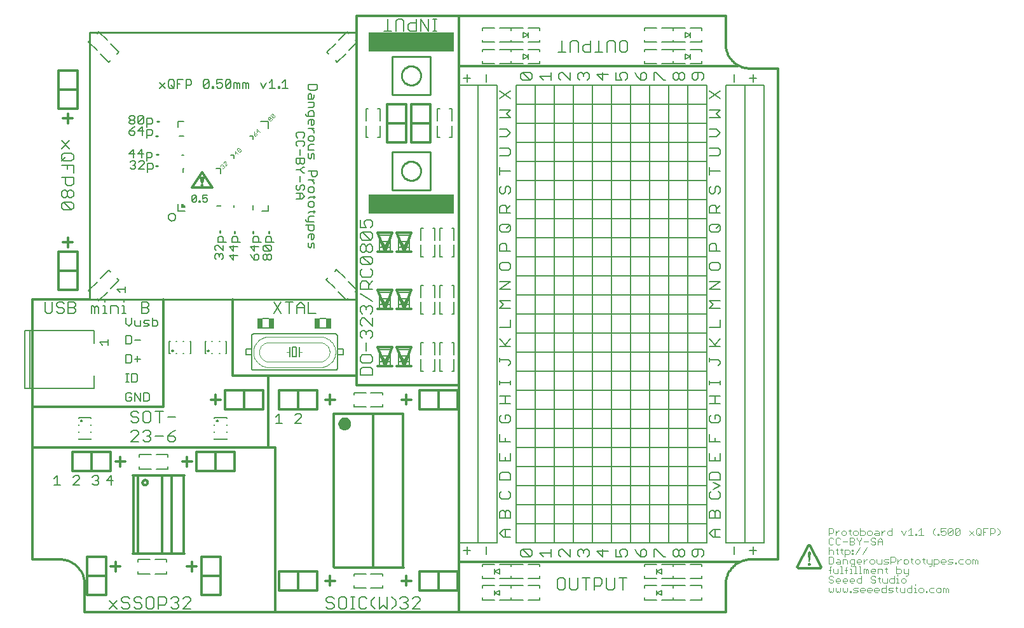
<source format=gto>
G75*
G70*
%OFA0B0*%
%FSLAX24Y24*%
%IPPOS*%
%LPD*%
%AMOC8*
5,1,8,0,0,1.08239X$1,22.5*
%
%ADD10C,0.0120*%
%ADD11C,0.0080*%
%ADD12C,0.0070*%
%ADD13C,0.0060*%
%ADD14C,0.0160*%
%ADD15C,0.0050*%
%ADD16C,0.0030*%
%ADD17C,0.0086*%
%ADD18R,0.4500X0.1000*%
%ADD19R,0.0551X0.0079*%
%ADD20C,0.0020*%
%ADD21R,0.0256X0.0551*%
%ADD22C,0.0100*%
D10*
X006137Y006292D02*
X006208Y006293D01*
X006279Y006291D01*
X006350Y006284D01*
X006420Y006274D01*
X006490Y006260D01*
X006559Y006243D01*
X006627Y006221D01*
X006693Y006196D01*
X006759Y006168D01*
X006822Y006136D01*
X006884Y006100D01*
X006944Y006062D01*
X007001Y006020D01*
X007056Y005975D01*
X007109Y005927D01*
X007159Y005876D01*
X007206Y005823D01*
X007250Y005767D01*
X007291Y005709D01*
X007329Y005649D01*
X007364Y005587D01*
X007395Y005523D01*
X007423Y005457D01*
X007447Y005390D01*
X007467Y005322D01*
X007484Y005253D01*
X007497Y005183D01*
X007506Y005112D01*
X007512Y005042D01*
X007511Y005042D02*
X007511Y003542D01*
X017511Y003542D01*
X027136Y003542D01*
X027136Y006167D01*
X041886Y006167D01*
X042511Y006292D02*
X043886Y006292D01*
X043886Y032042D01*
X042386Y032042D01*
X041761Y032167D02*
X027136Y032167D01*
X027136Y034792D01*
X021761Y034792D01*
X021761Y015917D01*
X017136Y015917D01*
X017136Y012167D01*
X004761Y012167D01*
X004761Y006292D01*
X006136Y006292D01*
X007636Y006417D02*
X007636Y005417D01*
X008636Y005417D01*
X008636Y006417D01*
X007636Y006417D01*
X008886Y005917D02*
X009386Y005917D01*
X009136Y005667D02*
X009136Y006167D01*
X010040Y006614D02*
X012727Y006614D01*
X012688Y006622D02*
X012688Y007622D01*
X012688Y007646D02*
X012688Y008646D01*
X012688Y008670D02*
X012688Y009670D01*
X012688Y009693D02*
X012688Y010693D01*
X012727Y010708D02*
X010040Y010708D01*
X010063Y010693D02*
X010063Y009693D01*
X010063Y009670D02*
X010063Y008670D01*
X010063Y008646D02*
X010063Y007646D01*
X010063Y007622D02*
X010063Y006622D01*
X010313Y006622D02*
X010313Y007622D01*
X010313Y007646D02*
X010313Y008646D01*
X010313Y008670D02*
X010313Y009670D01*
X010313Y009693D02*
X010313Y010693D01*
X010552Y010324D02*
X010554Y010346D01*
X010560Y010368D01*
X010569Y010388D01*
X010582Y010406D01*
X010598Y010422D01*
X010616Y010435D01*
X010636Y010444D01*
X010658Y010450D01*
X010680Y010452D01*
X010702Y010450D01*
X010724Y010444D01*
X010744Y010435D01*
X010762Y010422D01*
X010778Y010406D01*
X010791Y010388D01*
X010800Y010368D01*
X010806Y010346D01*
X010808Y010324D01*
X010806Y010302D01*
X010800Y010280D01*
X010791Y010260D01*
X010778Y010242D01*
X010762Y010226D01*
X010744Y010213D01*
X010724Y010204D01*
X010702Y010198D01*
X010680Y010196D01*
X010658Y010198D01*
X010636Y010204D01*
X010616Y010213D01*
X010598Y010226D01*
X010582Y010242D01*
X010569Y010260D01*
X010560Y010280D01*
X010554Y010302D01*
X010552Y010324D01*
X011563Y010693D02*
X011563Y009693D01*
X011563Y009670D02*
X011563Y008670D01*
X011563Y008646D02*
X011563Y007646D01*
X011563Y007622D02*
X011563Y006622D01*
X012063Y006622D02*
X012063Y007622D01*
X012063Y007646D02*
X012063Y008646D01*
X012063Y008670D02*
X012063Y009670D01*
X012063Y009693D02*
X012063Y010693D01*
X012636Y011417D02*
X013136Y011417D01*
X012886Y011167D02*
X012886Y011667D01*
X013386Y011917D02*
X013386Y010917D01*
X014386Y010917D01*
X014386Y011917D01*
X013386Y011917D01*
X014386Y011917D02*
X015386Y011917D01*
X015386Y010917D01*
X014386Y010917D01*
X017136Y012167D02*
X017511Y012167D01*
X017511Y003542D01*
X017705Y004667D02*
X018705Y004667D01*
X018705Y005667D01*
X017705Y005667D01*
X017705Y004667D01*
X018705Y004667D02*
X019705Y004667D01*
X019705Y005667D01*
X018705Y005667D01*
X020136Y005167D02*
X020636Y005167D01*
X020386Y005417D02*
X020386Y004917D01*
X020589Y005852D02*
X024221Y005852D01*
X024197Y005893D02*
X024197Y006940D01*
X024197Y006893D02*
X024197Y007940D01*
X024197Y007893D02*
X024197Y008940D01*
X024197Y008893D02*
X024197Y009940D01*
X024197Y009893D02*
X024197Y010940D01*
X024197Y010893D02*
X024197Y011940D01*
X024197Y011893D02*
X024197Y012940D01*
X024197Y012893D02*
X024197Y013940D01*
X024136Y013917D02*
X020636Y013917D01*
X020575Y013940D02*
X020575Y012893D01*
X020575Y012940D02*
X020575Y011893D01*
X020575Y011940D02*
X020575Y010893D01*
X020575Y010940D02*
X020575Y009893D01*
X020575Y009940D02*
X020575Y008893D01*
X020575Y008940D02*
X020575Y007893D01*
X020575Y007940D02*
X020575Y006893D01*
X020575Y006940D02*
X020575Y005893D01*
X022636Y005917D02*
X022636Y006917D01*
X022636Y007917D01*
X022636Y008917D01*
X022636Y009917D01*
X022636Y010917D01*
X022636Y011917D01*
X022636Y012917D01*
X022636Y013917D01*
X024136Y014667D02*
X024636Y014667D01*
X024386Y014917D02*
X024386Y014417D01*
X025067Y014167D02*
X026067Y014167D01*
X026067Y015167D01*
X025067Y015167D01*
X025067Y014167D01*
X026067Y014167D02*
X027067Y014167D01*
X027067Y015167D01*
X026067Y015167D01*
X027136Y015417D02*
X021761Y015417D01*
X021761Y015917D01*
X022886Y016417D02*
X023261Y016417D01*
X022886Y017417D01*
X023636Y017417D01*
X023261Y016417D01*
X023636Y016417D01*
X023886Y016417D02*
X024261Y016417D01*
X023886Y017417D01*
X024636Y017417D01*
X024261Y016417D01*
X024636Y016417D01*
X024636Y019417D02*
X024261Y019417D01*
X023886Y020417D01*
X024636Y020417D01*
X024261Y019417D01*
X023886Y019417D01*
X023636Y019417D02*
X023261Y019417D01*
X022886Y020417D01*
X023636Y020417D01*
X023261Y019417D01*
X022886Y019417D01*
X022886Y022417D02*
X023261Y022417D01*
X022886Y023417D01*
X023636Y023417D01*
X023261Y022417D01*
X023636Y022417D01*
X023886Y022417D02*
X024261Y022417D01*
X023886Y023417D01*
X024636Y023417D01*
X024261Y022417D01*
X024636Y022417D01*
X024636Y028167D02*
X024636Y029167D01*
X025636Y029167D01*
X025636Y030167D01*
X024636Y030167D01*
X024636Y029167D01*
X024386Y029167D02*
X023386Y029167D01*
X023386Y028167D01*
X024386Y028167D01*
X024386Y029167D01*
X024386Y030167D01*
X023386Y030167D01*
X023386Y029167D01*
X024636Y028167D02*
X025636Y028167D01*
X025636Y029167D01*
X027136Y032167D02*
X027136Y006167D01*
X027067Y005667D02*
X026067Y005667D01*
X026067Y004667D01*
X027067Y004667D01*
X027067Y005667D01*
X026067Y005667D02*
X025067Y005667D01*
X025067Y004667D01*
X026067Y004667D01*
X024636Y005167D02*
X024136Y005167D01*
X024386Y005417D02*
X024386Y004917D01*
X027136Y003542D02*
X041136Y003542D01*
X041136Y005042D01*
X041136Y005041D02*
X041142Y005112D01*
X041151Y005183D01*
X041164Y005253D01*
X041181Y005322D01*
X041201Y005390D01*
X041225Y005457D01*
X041253Y005523D01*
X041284Y005587D01*
X041319Y005649D01*
X041357Y005709D01*
X041398Y005767D01*
X041442Y005823D01*
X041489Y005876D01*
X041539Y005927D01*
X041592Y005975D01*
X041647Y006020D01*
X041704Y006062D01*
X041764Y006100D01*
X041826Y006136D01*
X041889Y006168D01*
X041955Y006196D01*
X042021Y006221D01*
X042089Y006243D01*
X042158Y006260D01*
X042228Y006274D01*
X042298Y006284D01*
X042369Y006291D01*
X042440Y006293D01*
X042512Y006292D01*
X044871Y005894D02*
X045487Y007026D01*
X045536Y007026D01*
X046151Y005894D01*
X046102Y005845D01*
X044921Y005845D01*
X044871Y005894D01*
X020636Y014667D02*
X020136Y014667D01*
X020386Y014917D02*
X020386Y014417D01*
X019705Y014167D02*
X018705Y014167D01*
X018705Y015167D01*
X017705Y015167D01*
X017705Y014167D01*
X018705Y014167D01*
X019705Y014167D02*
X019705Y015167D01*
X018705Y015167D01*
X017136Y015917D02*
X015261Y015917D01*
X015261Y019917D01*
X011636Y019917D02*
X011636Y014292D01*
X004761Y014292D01*
X004761Y012167D01*
X006886Y011917D02*
X006886Y010917D01*
X007886Y010917D01*
X007886Y011917D01*
X006886Y011917D01*
X007886Y011917D02*
X008886Y011917D01*
X008886Y010917D01*
X007886Y010917D01*
X009136Y011417D02*
X009636Y011417D01*
X009386Y011667D02*
X009386Y011167D01*
X004761Y014292D02*
X004761Y019917D01*
X007761Y019917D01*
X007136Y020417D02*
X007136Y021417D01*
X006136Y021417D01*
X006136Y020417D01*
X007136Y020417D01*
X007136Y021417D02*
X007136Y022417D01*
X006136Y022417D01*
X006136Y021417D01*
X006636Y022667D02*
X006636Y023167D01*
X006386Y022917D02*
X006886Y022917D01*
X013137Y025783D02*
X014219Y025783D01*
X013678Y026610D01*
X013137Y025783D01*
X013678Y026069D02*
X013742Y026290D01*
X013614Y026290D01*
X013678Y026069D01*
X006886Y029417D02*
X006386Y029417D01*
X006636Y029167D02*
X006636Y029667D01*
X006136Y029917D02*
X006136Y030917D01*
X007136Y030917D01*
X007136Y031917D01*
X006136Y031917D01*
X006136Y030917D01*
X007136Y030917D02*
X007136Y029917D01*
X006136Y029917D01*
X027136Y034792D02*
X041136Y034792D01*
X041136Y033292D01*
X041138Y033224D01*
X041143Y033157D01*
X041152Y033090D01*
X041165Y033023D01*
X041182Y032958D01*
X041201Y032893D01*
X041225Y032829D01*
X041252Y032767D01*
X041282Y032706D01*
X041315Y032648D01*
X041351Y032591D01*
X041391Y032536D01*
X041433Y032483D01*
X041479Y032432D01*
X041526Y032385D01*
X041577Y032339D01*
X041630Y032297D01*
X041685Y032257D01*
X041742Y032221D01*
X041800Y032188D01*
X041861Y032158D01*
X041923Y032131D01*
X041987Y032107D01*
X042052Y032088D01*
X042117Y032071D01*
X042184Y032058D01*
X042251Y032049D01*
X042318Y032044D01*
X042386Y032042D01*
X016886Y015167D02*
X015886Y015167D01*
X015886Y014167D01*
X016886Y014167D01*
X016886Y015167D01*
X015886Y015167D02*
X014886Y015167D01*
X014886Y014167D01*
X015886Y014167D01*
X014636Y014667D02*
X014136Y014667D01*
X014386Y014417D02*
X014386Y014917D01*
X014636Y006417D02*
X013636Y006417D01*
X013636Y005417D01*
X014636Y005417D01*
X014636Y006417D01*
X014636Y005417D02*
X014636Y004417D01*
X013636Y004417D01*
X013636Y005417D01*
X013386Y005917D02*
X012886Y005917D01*
X013136Y005667D02*
X013136Y006167D01*
X008636Y005417D02*
X008636Y004417D01*
X007636Y004417D01*
X007636Y005417D01*
D11*
X009446Y004224D02*
X009446Y004120D01*
X009549Y004017D01*
X009756Y004017D01*
X009859Y003914D01*
X009859Y003810D01*
X009756Y003707D01*
X009549Y003707D01*
X009446Y003810D01*
X009215Y003707D02*
X008801Y004120D01*
X008801Y003707D02*
X009215Y004120D01*
X009446Y004224D02*
X009549Y004327D01*
X009756Y004327D01*
X009859Y004224D01*
X010090Y004224D02*
X010090Y004120D01*
X010194Y004017D01*
X010401Y004017D01*
X010504Y003914D01*
X010504Y003810D01*
X010401Y003707D01*
X010194Y003707D01*
X010090Y003810D01*
X010090Y004224D02*
X010194Y004327D01*
X010401Y004327D01*
X010504Y004224D01*
X010735Y004224D02*
X010735Y003810D01*
X010838Y003707D01*
X011045Y003707D01*
X011148Y003810D01*
X011148Y004224D01*
X011045Y004327D01*
X010838Y004327D01*
X010735Y004224D01*
X011379Y004327D02*
X011690Y004327D01*
X011793Y004224D01*
X011793Y004017D01*
X011690Y003914D01*
X011379Y003914D01*
X011379Y003707D02*
X011379Y004327D01*
X012024Y004224D02*
X012127Y004327D01*
X012334Y004327D01*
X012438Y004224D01*
X012438Y004120D01*
X012334Y004017D01*
X012438Y003914D01*
X012438Y003810D01*
X012334Y003707D01*
X012127Y003707D01*
X012024Y003810D01*
X012231Y004017D02*
X012334Y004017D01*
X012668Y004224D02*
X012772Y004327D01*
X012979Y004327D01*
X013082Y004224D01*
X013082Y004120D01*
X012668Y003707D01*
X013082Y003707D01*
X020176Y003810D02*
X020280Y003707D01*
X020486Y003707D01*
X020590Y003810D01*
X020590Y003914D01*
X020486Y004017D01*
X020280Y004017D01*
X020176Y004120D01*
X020176Y004224D01*
X020280Y004327D01*
X020486Y004327D01*
X020590Y004224D01*
X020821Y004224D02*
X020821Y003810D01*
X020924Y003707D01*
X021131Y003707D01*
X021234Y003810D01*
X021234Y004224D01*
X021131Y004327D01*
X020924Y004327D01*
X020821Y004224D01*
X021465Y004327D02*
X021672Y004327D01*
X021569Y004327D02*
X021569Y003707D01*
X021672Y003707D02*
X021465Y003707D01*
X021895Y003810D02*
X021998Y003707D01*
X022205Y003707D01*
X022309Y003810D01*
X022539Y003914D02*
X022746Y003707D01*
X022969Y003707D02*
X023176Y003914D01*
X023383Y003707D01*
X023383Y004327D01*
X023614Y004327D02*
X023821Y004120D01*
X023821Y003914D01*
X023614Y003707D01*
X024043Y003810D02*
X024147Y003707D01*
X024354Y003707D01*
X024457Y003810D01*
X024457Y003914D01*
X024354Y004017D01*
X024250Y004017D01*
X024354Y004017D02*
X024457Y004120D01*
X024457Y004224D01*
X024354Y004327D01*
X024147Y004327D01*
X024043Y004224D01*
X024688Y004224D02*
X024791Y004327D01*
X024998Y004327D01*
X025102Y004224D01*
X025102Y004120D01*
X024688Y003707D01*
X025102Y003707D01*
X022969Y003707D02*
X022969Y004327D01*
X022746Y004327D02*
X022539Y004120D01*
X022539Y003914D01*
X022309Y004224D02*
X022205Y004327D01*
X021998Y004327D01*
X021895Y004224D01*
X021895Y003810D01*
X032301Y004810D02*
X032405Y004707D01*
X032611Y004707D01*
X032715Y004810D01*
X032715Y005224D01*
X032611Y005327D01*
X032405Y005327D01*
X032301Y005224D01*
X032301Y004810D01*
X032946Y004810D02*
X032946Y005327D01*
X033359Y005327D02*
X033359Y004810D01*
X033256Y004707D01*
X033049Y004707D01*
X032946Y004810D01*
X033797Y004707D02*
X033797Y005327D01*
X033590Y005327D02*
X034004Y005327D01*
X034235Y005327D02*
X034545Y005327D01*
X034648Y005224D01*
X034648Y005017D01*
X034545Y004914D01*
X034235Y004914D01*
X034235Y004707D02*
X034235Y005327D01*
X034879Y005327D02*
X034879Y004810D01*
X034983Y004707D01*
X035190Y004707D01*
X035293Y004810D01*
X035293Y005327D01*
X035524Y005327D02*
X035938Y005327D01*
X035731Y005327D02*
X035731Y004707D01*
X022596Y015957D02*
X021976Y015957D01*
X021976Y016267D01*
X022079Y016370D01*
X022493Y016370D01*
X022596Y016267D01*
X022596Y015957D01*
X022493Y016601D02*
X022079Y016601D01*
X021976Y016705D01*
X021976Y016911D01*
X022079Y017015D01*
X022493Y017015D01*
X022596Y016911D01*
X022596Y016705D01*
X022493Y016601D01*
X022286Y017246D02*
X022286Y017659D01*
X022079Y017890D02*
X021976Y017994D01*
X021976Y018201D01*
X022079Y018304D01*
X022183Y018304D01*
X022286Y018201D01*
X022389Y018304D01*
X022493Y018304D01*
X022596Y018201D01*
X022596Y017994D01*
X022493Y017890D01*
X022286Y018097D02*
X022286Y018201D01*
X022079Y018535D02*
X021976Y018638D01*
X021976Y018845D01*
X022079Y018948D01*
X022183Y018948D01*
X022596Y018535D01*
X022596Y018948D01*
X022493Y019179D02*
X022596Y019283D01*
X022596Y019490D01*
X022493Y019593D01*
X022389Y019593D01*
X022286Y019490D01*
X022286Y019386D01*
X022286Y019490D02*
X022183Y019593D01*
X022079Y019593D01*
X021976Y019490D01*
X021976Y019283D01*
X022079Y019179D01*
X022596Y019824D02*
X021976Y020238D01*
X021976Y020468D02*
X021976Y020779D01*
X022079Y020882D01*
X022286Y020882D01*
X022389Y020779D01*
X022389Y020468D01*
X022596Y020468D02*
X021976Y020468D01*
X022389Y020675D02*
X022596Y020882D01*
X022493Y021113D02*
X022079Y021113D01*
X021976Y021216D01*
X021976Y021423D01*
X022079Y021527D01*
X022079Y021757D02*
X021976Y021861D01*
X021976Y022068D01*
X022079Y022171D01*
X022493Y021757D01*
X022596Y021861D01*
X022596Y022068D01*
X022493Y022171D01*
X022079Y022171D01*
X022079Y022402D02*
X022183Y022402D01*
X022286Y022505D01*
X022286Y022712D01*
X022389Y022816D01*
X022493Y022816D01*
X022596Y022712D01*
X022596Y022505D01*
X022493Y022402D01*
X022389Y022402D01*
X022286Y022505D01*
X022286Y022712D02*
X022183Y022816D01*
X022079Y022816D01*
X021976Y022712D01*
X021976Y022505D01*
X022079Y022402D01*
X022079Y021757D02*
X022493Y021757D01*
X022493Y021527D02*
X022596Y021423D01*
X022596Y021216D01*
X022493Y021113D01*
X022493Y023046D02*
X022079Y023046D01*
X021976Y023150D01*
X021976Y023357D01*
X022079Y023460D01*
X022493Y023046D01*
X022596Y023150D01*
X022596Y023357D01*
X022493Y023460D01*
X022079Y023460D01*
X021976Y023691D02*
X022286Y023691D01*
X022183Y023898D01*
X022183Y024001D01*
X022286Y024105D01*
X022493Y024105D01*
X022596Y024001D01*
X022596Y023794D01*
X022493Y023691D01*
X021976Y023691D02*
X021976Y024105D01*
X019249Y019787D02*
X019249Y019207D01*
X019636Y019207D01*
X019029Y019207D02*
X019029Y019594D01*
X018835Y019787D01*
X018642Y019594D01*
X018642Y019207D01*
X018642Y019497D02*
X019029Y019497D01*
X018421Y019787D02*
X018034Y019787D01*
X018227Y019787D02*
X018227Y019207D01*
X017813Y019207D02*
X017426Y019787D01*
X017813Y019787D02*
X017426Y019207D01*
X010877Y019303D02*
X010781Y019207D01*
X010490Y019207D01*
X010490Y019787D01*
X010781Y019787D01*
X010877Y019690D01*
X010877Y019594D01*
X010781Y019497D01*
X010490Y019497D01*
X010781Y019497D02*
X010877Y019400D01*
X010877Y019303D01*
X009671Y019207D02*
X009478Y019207D01*
X009574Y019207D02*
X009574Y019594D01*
X009478Y019594D01*
X009574Y019787D02*
X009574Y019884D01*
X009257Y019497D02*
X009160Y019594D01*
X008870Y019594D01*
X008870Y019207D01*
X008658Y019207D02*
X008465Y019207D01*
X008562Y019207D02*
X008562Y019594D01*
X008465Y019594D01*
X008562Y019787D02*
X008562Y019884D01*
X008244Y019497D02*
X008147Y019594D01*
X008051Y019497D01*
X008051Y019207D01*
X008244Y019207D02*
X008244Y019497D01*
X008051Y019497D02*
X007954Y019594D01*
X007857Y019594D01*
X007857Y019207D01*
X007029Y019303D02*
X006932Y019207D01*
X006642Y019207D01*
X006642Y019787D01*
X006932Y019787D01*
X007029Y019690D01*
X007029Y019594D01*
X006932Y019497D01*
X006642Y019497D01*
X006421Y019400D02*
X006421Y019303D01*
X006324Y019207D01*
X006131Y019207D01*
X006034Y019303D01*
X006131Y019497D02*
X006324Y019497D01*
X006421Y019400D01*
X006421Y019690D02*
X006324Y019787D01*
X006131Y019787D01*
X006034Y019690D01*
X006034Y019594D01*
X006131Y019497D01*
X005813Y019303D02*
X005813Y019787D01*
X005426Y019787D02*
X005426Y019303D01*
X005523Y019207D01*
X005716Y019207D01*
X005813Y019303D01*
X006932Y019497D02*
X007029Y019400D01*
X007029Y019303D01*
X009257Y019207D02*
X009257Y019497D01*
X010030Y014077D02*
X009926Y013974D01*
X009926Y013870D01*
X010030Y013767D01*
X010236Y013767D01*
X010340Y013664D01*
X010340Y013560D01*
X010236Y013457D01*
X010030Y013457D01*
X009926Y013560D01*
X010030Y014077D02*
X010236Y014077D01*
X010340Y013974D01*
X010571Y013974D02*
X010571Y013560D01*
X010674Y013457D01*
X010881Y013457D01*
X010984Y013560D01*
X010984Y013974D01*
X010881Y014077D01*
X010674Y014077D01*
X010571Y013974D01*
X011215Y014077D02*
X011629Y014077D01*
X011422Y014077D02*
X011422Y013457D01*
X011860Y013767D02*
X012273Y013767D01*
X012273Y013077D02*
X012067Y012974D01*
X011860Y012767D01*
X012170Y012767D01*
X012273Y012664D01*
X012273Y012560D01*
X012170Y012457D01*
X011963Y012457D01*
X011860Y012560D01*
X011860Y012767D01*
X011629Y012767D02*
X011215Y012767D01*
X010984Y012870D02*
X010881Y012767D01*
X010984Y012664D01*
X010984Y012560D01*
X010881Y012457D01*
X010674Y012457D01*
X010571Y012560D01*
X010340Y012457D02*
X009926Y012457D01*
X010340Y012870D01*
X010340Y012974D01*
X010236Y013077D01*
X010030Y013077D01*
X009926Y012974D01*
X010571Y012974D02*
X010674Y013077D01*
X010881Y013077D01*
X010984Y012974D01*
X010984Y012870D01*
X010881Y012767D02*
X010778Y012767D01*
X006818Y024615D02*
X006405Y024615D01*
X006301Y024719D01*
X006301Y024926D01*
X006405Y025029D01*
X006818Y024615D01*
X006922Y024719D01*
X006922Y024926D01*
X006818Y025029D01*
X006405Y025029D01*
X006405Y025260D02*
X006301Y025363D01*
X006301Y025570D01*
X006405Y025674D01*
X006508Y025674D01*
X006611Y025570D01*
X006611Y025363D01*
X006508Y025260D01*
X006405Y025260D01*
X006611Y025363D02*
X006715Y025260D01*
X006818Y025260D01*
X006922Y025363D01*
X006922Y025570D01*
X006818Y025674D01*
X006715Y025674D01*
X006611Y025570D01*
X006611Y025904D02*
X006508Y026008D01*
X006508Y026318D01*
X006301Y026318D02*
X006922Y026318D01*
X006922Y026008D01*
X006818Y025904D01*
X006611Y025904D01*
X006922Y026549D02*
X006922Y026963D01*
X006301Y026963D01*
X006301Y027194D02*
X006508Y027400D01*
X006405Y027194D02*
X006301Y027297D01*
X006301Y027504D01*
X006405Y027607D01*
X006818Y027607D01*
X006922Y027504D01*
X006922Y027297D01*
X006818Y027194D01*
X006405Y027194D01*
X006611Y026963D02*
X006611Y026756D01*
X006715Y027838D02*
X006301Y028252D01*
X006715Y028252D02*
X006301Y027838D01*
X023194Y034006D02*
X023608Y034006D01*
X023401Y034006D02*
X023401Y034627D01*
X023839Y034523D02*
X023839Y034006D01*
X024252Y034006D02*
X024252Y034523D01*
X024149Y034627D01*
X023942Y034627D01*
X023839Y034523D01*
X024483Y034316D02*
X024587Y034420D01*
X024897Y034420D01*
X024897Y034627D02*
X024897Y034006D01*
X024587Y034006D01*
X024483Y034110D01*
X024483Y034316D01*
X025128Y034006D02*
X025128Y034627D01*
X025542Y034006D01*
X025542Y034627D01*
X025764Y034627D02*
X025971Y034627D01*
X025868Y034627D02*
X025868Y034006D01*
X025971Y034006D02*
X025764Y034006D01*
X032335Y032881D02*
X032749Y032881D01*
X032542Y032881D02*
X032542Y033502D01*
X032979Y033398D02*
X032979Y032881D01*
X033393Y032881D02*
X033393Y033398D01*
X033290Y033502D01*
X033083Y033502D01*
X032979Y033398D01*
X033624Y033191D02*
X033727Y033295D01*
X034038Y033295D01*
X034038Y033502D02*
X034038Y032881D01*
X033727Y032881D01*
X033624Y032985D01*
X033624Y033191D01*
X034269Y032881D02*
X034682Y032881D01*
X034475Y032881D02*
X034475Y033502D01*
X034913Y033398D02*
X034913Y032881D01*
X035327Y032881D02*
X035327Y033398D01*
X035223Y033502D01*
X035016Y033502D01*
X034913Y033398D01*
X035558Y033398D02*
X035558Y032985D01*
X035661Y032881D01*
X035868Y032881D01*
X035971Y032985D01*
X035971Y033398D01*
X035868Y033502D01*
X035661Y033502D01*
X035558Y033398D01*
D12*
X035681Y031837D02*
X035878Y031837D01*
X035976Y031739D01*
X035976Y031542D01*
X035878Y031444D01*
X035681Y031444D02*
X035583Y031641D01*
X035583Y031739D01*
X035681Y031837D01*
X035386Y031837D02*
X035386Y031444D01*
X035681Y031444D01*
X034976Y031739D02*
X034386Y031739D01*
X034681Y031444D01*
X034681Y031837D01*
X033976Y031739D02*
X033976Y031542D01*
X033878Y031444D01*
X033681Y031641D02*
X033681Y031739D01*
X033779Y031837D01*
X033878Y031837D01*
X033976Y031739D01*
X033681Y031739D02*
X033583Y031837D01*
X033484Y031837D01*
X033386Y031739D01*
X033386Y031542D01*
X033484Y031444D01*
X032976Y031444D02*
X032583Y031837D01*
X032484Y031837D01*
X032386Y031739D01*
X032386Y031542D01*
X032484Y031444D01*
X032976Y031444D02*
X032976Y031837D01*
X031976Y031837D02*
X031976Y031444D01*
X031976Y031641D02*
X031386Y031641D01*
X031583Y031444D01*
X030976Y031542D02*
X030878Y031444D01*
X030484Y031837D01*
X030878Y031837D01*
X030976Y031739D01*
X030976Y031542D01*
X030878Y031444D02*
X030484Y031444D01*
X030386Y031542D01*
X030386Y031739D01*
X030484Y031837D01*
X029851Y030849D02*
X029261Y030456D01*
X029261Y030849D02*
X029851Y030456D01*
X029851Y029849D02*
X029261Y029849D01*
X029261Y029456D02*
X029851Y029456D01*
X029654Y029652D01*
X029851Y029849D01*
X029654Y028849D02*
X029261Y028849D01*
X029261Y028456D02*
X029654Y028456D01*
X029851Y028652D01*
X029654Y028849D01*
X029753Y027849D02*
X029261Y027849D01*
X029261Y027456D02*
X029753Y027456D01*
X029851Y027554D01*
X029851Y027751D01*
X029753Y027849D01*
X029261Y026849D02*
X029261Y026456D01*
X029261Y026652D02*
X029851Y026652D01*
X029753Y025849D02*
X029851Y025751D01*
X029851Y025554D01*
X029753Y025456D01*
X029556Y025554D02*
X029556Y025751D01*
X029654Y025849D01*
X029753Y025849D01*
X029556Y025554D02*
X029458Y025456D01*
X029359Y025456D01*
X029261Y025554D01*
X029261Y025751D01*
X029359Y025849D01*
X029359Y024849D02*
X029556Y024849D01*
X029654Y024751D01*
X029654Y024456D01*
X029654Y024652D02*
X029851Y024849D01*
X029851Y024456D02*
X029261Y024456D01*
X029261Y024751D01*
X029359Y024849D01*
X029359Y023849D02*
X029753Y023849D01*
X029851Y023751D01*
X029851Y023554D01*
X029753Y023456D01*
X029359Y023456D01*
X029261Y023554D01*
X029261Y023751D01*
X029359Y023849D01*
X029654Y023652D02*
X029851Y023849D01*
X029556Y022849D02*
X029654Y022751D01*
X029654Y022456D01*
X029851Y022456D02*
X029261Y022456D01*
X029261Y022751D01*
X029359Y022849D01*
X029556Y022849D01*
X029359Y021849D02*
X029261Y021751D01*
X029261Y021554D01*
X029359Y021456D01*
X029753Y021456D01*
X029851Y021554D01*
X029851Y021751D01*
X029753Y021849D01*
X029359Y021849D01*
X029261Y020849D02*
X029851Y020849D01*
X029261Y020456D01*
X029851Y020456D01*
X029851Y019849D02*
X029261Y019849D01*
X029458Y019652D01*
X029261Y019456D01*
X029851Y019456D01*
X029851Y018849D02*
X029851Y018456D01*
X029261Y018456D01*
X029261Y017849D02*
X029654Y017456D01*
X029556Y017554D02*
X029851Y017849D01*
X029851Y017456D02*
X029261Y017456D01*
X029261Y016849D02*
X029261Y016652D01*
X029261Y016751D02*
X029753Y016751D01*
X029851Y016652D01*
X029851Y016554D01*
X029753Y016456D01*
X029851Y015652D02*
X029851Y015456D01*
X029851Y015554D02*
X029261Y015554D01*
X029261Y015456D02*
X029261Y015652D01*
X029261Y014849D02*
X029851Y014849D01*
X029556Y014849D02*
X029556Y014456D01*
X029851Y014456D02*
X029261Y014456D01*
X029359Y013849D02*
X029261Y013751D01*
X029261Y013554D01*
X029359Y013456D01*
X029753Y013456D01*
X029851Y013554D01*
X029851Y013751D01*
X029753Y013849D01*
X029556Y013849D01*
X029556Y013652D01*
X029261Y012849D02*
X029261Y012456D01*
X029851Y012456D01*
X029556Y012456D02*
X029556Y012652D01*
X029261Y011849D02*
X029261Y011456D01*
X029851Y011456D01*
X029851Y011849D01*
X029556Y011652D02*
X029556Y011456D01*
X029359Y010849D02*
X029261Y010751D01*
X029261Y010456D01*
X029851Y010456D01*
X029851Y010751D01*
X029753Y010849D01*
X029359Y010849D01*
X029359Y009849D02*
X029261Y009751D01*
X029261Y009554D01*
X029359Y009456D01*
X029753Y009456D01*
X029851Y009554D01*
X029851Y009751D01*
X029753Y009849D01*
X029753Y008849D02*
X029851Y008751D01*
X029851Y008456D01*
X029261Y008456D01*
X029261Y008751D01*
X029359Y008849D01*
X029458Y008849D01*
X029556Y008751D01*
X029556Y008456D01*
X029556Y008751D02*
X029654Y008849D01*
X029753Y008849D01*
X029851Y007849D02*
X029458Y007849D01*
X029261Y007652D01*
X029458Y007456D01*
X029851Y007456D01*
X029556Y007456D02*
X029556Y007849D01*
X028556Y006970D02*
X028556Y006577D01*
X027753Y006774D02*
X027359Y006774D01*
X027556Y006970D02*
X027556Y006577D01*
X030386Y006543D02*
X030386Y006740D01*
X030484Y006838D01*
X030878Y006445D01*
X030976Y006543D01*
X030976Y006740D01*
X030878Y006838D01*
X030484Y006838D01*
X030386Y006543D02*
X030484Y006445D01*
X030878Y006445D01*
X031386Y006642D02*
X031976Y006642D01*
X031976Y006838D02*
X031976Y006445D01*
X031583Y006445D02*
X031386Y006642D01*
X032386Y006740D02*
X032386Y006543D01*
X032484Y006445D01*
X032386Y006740D02*
X032484Y006838D01*
X032583Y006838D01*
X032976Y006445D01*
X032976Y006838D01*
X033386Y006740D02*
X033484Y006838D01*
X033583Y006838D01*
X033681Y006740D01*
X033779Y006838D01*
X033878Y006838D01*
X033976Y006740D01*
X033976Y006543D01*
X033878Y006445D01*
X033681Y006642D02*
X033681Y006740D01*
X033386Y006740D02*
X033386Y006543D01*
X033484Y006445D01*
X034386Y006740D02*
X034681Y006445D01*
X034681Y006838D01*
X034976Y006740D02*
X034386Y006740D01*
X035386Y006838D02*
X035386Y006445D01*
X035681Y006445D01*
X035583Y006642D01*
X035583Y006740D01*
X035681Y006838D01*
X035878Y006838D01*
X035976Y006740D01*
X035976Y006543D01*
X035878Y006445D01*
X036484Y006642D02*
X036386Y006838D01*
X036484Y006642D02*
X036681Y006445D01*
X036681Y006740D01*
X036779Y006838D01*
X036878Y006838D01*
X036976Y006740D01*
X036976Y006543D01*
X036878Y006445D01*
X036681Y006445D01*
X037386Y006445D02*
X037386Y006838D01*
X037484Y006838D01*
X037878Y006445D01*
X037976Y006445D01*
X038386Y006543D02*
X038386Y006740D01*
X038484Y006838D01*
X038583Y006838D01*
X038681Y006740D01*
X038681Y006543D01*
X038583Y006445D01*
X038484Y006445D01*
X038386Y006543D01*
X038681Y006543D02*
X038779Y006445D01*
X038878Y006445D01*
X038976Y006543D01*
X038976Y006740D01*
X038878Y006838D01*
X038779Y006838D01*
X038681Y006740D01*
X039386Y006740D02*
X039484Y006838D01*
X039878Y006838D01*
X039976Y006740D01*
X039976Y006543D01*
X039878Y006445D01*
X039681Y006543D02*
X039681Y006838D01*
X039681Y006543D02*
X039583Y006445D01*
X039484Y006445D01*
X039386Y006543D01*
X039386Y006740D01*
X040261Y007652D02*
X040458Y007456D01*
X040851Y007456D01*
X040556Y007456D02*
X040556Y007849D01*
X040458Y007849D02*
X040851Y007849D01*
X040458Y007849D02*
X040261Y007652D01*
X040261Y008456D02*
X040261Y008751D01*
X040359Y008849D01*
X040458Y008849D01*
X040556Y008751D01*
X040556Y008456D01*
X040556Y008751D02*
X040654Y008849D01*
X040753Y008849D01*
X040851Y008751D01*
X040851Y008456D01*
X040261Y008456D01*
X040359Y009456D02*
X040753Y009456D01*
X040851Y009554D01*
X040851Y009751D01*
X040753Y009849D01*
X040458Y009952D02*
X040851Y010149D01*
X040458Y010345D01*
X040261Y010456D02*
X040261Y010751D01*
X040359Y010849D01*
X040753Y010849D01*
X040851Y010751D01*
X040851Y010456D01*
X040261Y010456D01*
X040359Y009849D02*
X040261Y009751D01*
X040261Y009554D01*
X040359Y009456D01*
X040261Y011456D02*
X040851Y011456D01*
X040851Y011849D01*
X040556Y011652D02*
X040556Y011456D01*
X040261Y011456D02*
X040261Y011849D01*
X040261Y012456D02*
X040261Y012849D01*
X040556Y012652D02*
X040556Y012456D01*
X040851Y012456D02*
X040261Y012456D01*
X040359Y013456D02*
X040753Y013456D01*
X040851Y013554D01*
X040851Y013751D01*
X040753Y013849D01*
X040556Y013849D01*
X040556Y013652D01*
X040359Y013456D02*
X040261Y013554D01*
X040261Y013751D01*
X040359Y013849D01*
X040261Y014456D02*
X040851Y014456D01*
X040556Y014456D02*
X040556Y014849D01*
X040261Y014849D02*
X040851Y014849D01*
X040851Y015456D02*
X040851Y015652D01*
X040851Y015554D02*
X040261Y015554D01*
X040261Y015456D02*
X040261Y015652D01*
X040753Y016456D02*
X040851Y016554D01*
X040851Y016652D01*
X040753Y016751D01*
X040261Y016751D01*
X040261Y016849D02*
X040261Y016652D01*
X040261Y017456D02*
X040851Y017456D01*
X040654Y017456D02*
X040261Y017849D01*
X040556Y017554D02*
X040851Y017849D01*
X040851Y018456D02*
X040261Y018456D01*
X040851Y018456D02*
X040851Y018849D01*
X040851Y019456D02*
X040261Y019456D01*
X040458Y019652D01*
X040261Y019849D01*
X040851Y019849D01*
X040851Y020456D02*
X040261Y020456D01*
X040851Y020849D01*
X040261Y020849D01*
X040359Y021456D02*
X040753Y021456D01*
X040851Y021554D01*
X040851Y021751D01*
X040753Y021849D01*
X040359Y021849D01*
X040261Y021751D01*
X040261Y021554D01*
X040359Y021456D01*
X040261Y022456D02*
X040261Y022751D01*
X040359Y022849D01*
X040556Y022849D01*
X040654Y022751D01*
X040654Y022456D01*
X040851Y022456D02*
X040261Y022456D01*
X040359Y023456D02*
X040261Y023554D01*
X040261Y023751D01*
X040359Y023849D01*
X040753Y023849D01*
X040851Y023751D01*
X040851Y023554D01*
X040753Y023456D01*
X040359Y023456D01*
X040654Y023652D02*
X040851Y023849D01*
X040851Y024456D02*
X040261Y024456D01*
X040261Y024751D01*
X040359Y024849D01*
X040556Y024849D01*
X040654Y024751D01*
X040654Y024456D01*
X040654Y024652D02*
X040851Y024849D01*
X040753Y025456D02*
X040851Y025554D01*
X040851Y025751D01*
X040753Y025849D01*
X040654Y025849D01*
X040556Y025751D01*
X040556Y025554D01*
X040458Y025456D01*
X040359Y025456D01*
X040261Y025554D01*
X040261Y025751D01*
X040359Y025849D01*
X040261Y026456D02*
X040261Y026849D01*
X040261Y026652D02*
X040851Y026652D01*
X040753Y027456D02*
X040851Y027554D01*
X040851Y027751D01*
X040753Y027849D01*
X040261Y027849D01*
X040261Y027456D02*
X040753Y027456D01*
X040654Y028456D02*
X040851Y028652D01*
X040654Y028849D01*
X040261Y028849D01*
X040261Y028456D02*
X040654Y028456D01*
X040851Y029456D02*
X040261Y029456D01*
X040261Y029849D02*
X040851Y029849D01*
X040654Y029652D01*
X040851Y029456D01*
X040851Y030456D02*
X040261Y030849D01*
X040261Y030456D02*
X040851Y030849D01*
X041556Y031327D02*
X041556Y031720D01*
X042359Y031524D02*
X042753Y031524D01*
X042556Y031720D02*
X042556Y031327D01*
X039976Y031542D02*
X039878Y031444D01*
X039976Y031542D02*
X039976Y031739D01*
X039878Y031837D01*
X039484Y031837D01*
X039386Y031739D01*
X039386Y031542D01*
X039484Y031444D01*
X039583Y031444D01*
X039681Y031542D01*
X039681Y031837D01*
X038976Y031739D02*
X038976Y031542D01*
X038878Y031444D01*
X038779Y031444D01*
X038681Y031542D01*
X038681Y031739D01*
X038779Y031837D01*
X038878Y031837D01*
X038976Y031739D01*
X038681Y031739D02*
X038583Y031837D01*
X038484Y031837D01*
X038386Y031739D01*
X038386Y031542D01*
X038484Y031444D01*
X038583Y031444D01*
X038681Y031542D01*
X037976Y031444D02*
X037878Y031444D01*
X037484Y031837D01*
X037386Y031837D01*
X037386Y031444D01*
X036976Y031542D02*
X036878Y031444D01*
X036681Y031444D01*
X036681Y031739D01*
X036779Y031837D01*
X036878Y031837D01*
X036976Y031739D01*
X036976Y031542D01*
X036681Y031444D02*
X036484Y031641D01*
X036386Y031837D01*
X028556Y031720D02*
X028556Y031327D01*
X027753Y031524D02*
X027359Y031524D01*
X027556Y031720D02*
X027556Y031327D01*
X041556Y006970D02*
X041556Y006577D01*
X042359Y006774D02*
X042753Y006774D01*
X042556Y006970D02*
X042556Y006577D01*
D13*
X024537Y016523D02*
X024537Y017310D01*
X023986Y017310D01*
X023986Y016523D01*
X024261Y016720D02*
X024419Y016956D01*
X024104Y016956D01*
X024261Y016720D01*
X023537Y016523D02*
X023537Y017310D01*
X022986Y017310D01*
X022986Y016523D01*
X023261Y016720D02*
X023419Y016956D01*
X023104Y016956D01*
X023261Y016720D01*
X021061Y017017D02*
X021061Y017317D01*
X020761Y017317D01*
X020761Y017617D02*
X020761Y016717D01*
X020761Y016317D01*
X020759Y016300D01*
X020755Y016283D01*
X020748Y016267D01*
X020738Y016253D01*
X020725Y016240D01*
X020711Y016230D01*
X020695Y016223D01*
X020678Y016219D01*
X020661Y016217D01*
X016361Y016217D01*
X016344Y016219D01*
X016327Y016223D01*
X016311Y016230D01*
X016297Y016240D01*
X016284Y016253D01*
X016274Y016267D01*
X016267Y016283D01*
X016263Y016300D01*
X016261Y016317D01*
X016261Y016717D01*
X016261Y017017D01*
X015961Y017017D01*
X015961Y017317D01*
X016261Y017317D01*
X016261Y017617D01*
X016261Y018017D01*
X016263Y018034D01*
X016267Y018051D01*
X016274Y018067D01*
X016284Y018081D01*
X016297Y018094D01*
X016311Y018104D01*
X016327Y018111D01*
X016344Y018115D01*
X016361Y018117D01*
X020661Y018117D01*
X020678Y018115D01*
X020695Y018111D01*
X020711Y018104D01*
X020725Y018094D01*
X020738Y018081D01*
X020748Y018067D01*
X020755Y018051D01*
X020759Y018034D01*
X020761Y018017D01*
X020761Y017617D01*
X020761Y017017D02*
X021061Y017017D01*
X018761Y016917D02*
X018761Y017167D01*
X018761Y017417D01*
X018611Y017417D02*
X018411Y017417D01*
X018411Y016917D01*
X018611Y016917D01*
X018611Y017417D01*
X018261Y017417D02*
X018261Y017167D01*
X018261Y016917D01*
X016261Y017017D02*
X016261Y017317D01*
X014946Y017098D02*
X014909Y017098D01*
X014946Y017098D02*
X014946Y017736D01*
X014909Y017736D01*
X014592Y017736D02*
X014555Y017736D01*
X014218Y017736D02*
X014181Y017736D01*
X013863Y017736D02*
X013826Y017736D01*
X013826Y017098D01*
X013863Y017098D01*
X013954Y017240D02*
X013956Y017252D01*
X013961Y017263D01*
X013970Y017272D01*
X013981Y017277D01*
X013993Y017279D01*
X014005Y017277D01*
X014016Y017272D01*
X014025Y017263D01*
X014030Y017252D01*
X014032Y017240D01*
X014030Y017228D01*
X014025Y017217D01*
X014016Y017208D01*
X014005Y017203D01*
X013993Y017201D01*
X013981Y017203D01*
X013970Y017208D01*
X013961Y017217D01*
X013956Y017228D01*
X013954Y017240D01*
X014181Y017098D02*
X014218Y017098D01*
X014555Y017098D02*
X014592Y017098D01*
X013071Y017098D02*
X013034Y017098D01*
X013071Y017098D02*
X013071Y017736D01*
X013034Y017736D01*
X012717Y017736D02*
X012680Y017736D01*
X012343Y017736D02*
X012306Y017736D01*
X011988Y017736D02*
X011951Y017736D01*
X011951Y017098D01*
X011988Y017098D01*
X012079Y017240D02*
X012081Y017252D01*
X012086Y017263D01*
X012095Y017272D01*
X012106Y017277D01*
X012118Y017279D01*
X012130Y017277D01*
X012141Y017272D01*
X012150Y017263D01*
X012155Y017252D01*
X012157Y017240D01*
X012155Y017228D01*
X012150Y017217D01*
X012141Y017208D01*
X012130Y017203D01*
X012118Y017201D01*
X012106Y017203D01*
X012095Y017208D01*
X012086Y017217D01*
X012081Y017228D01*
X012079Y017240D01*
X012306Y017098D02*
X012343Y017098D01*
X012680Y017098D02*
X012717Y017098D01*
X011278Y018521D02*
X011058Y018521D01*
X011058Y018962D01*
X011058Y018815D02*
X011278Y018815D01*
X011352Y018742D01*
X011352Y018595D01*
X011278Y018521D01*
X010891Y018595D02*
X010818Y018668D01*
X010671Y018668D01*
X010598Y018742D01*
X010671Y018815D01*
X010891Y018815D01*
X010891Y018595D02*
X010818Y018521D01*
X010598Y018521D01*
X010431Y018521D02*
X010431Y018815D01*
X010431Y018521D02*
X010211Y018521D01*
X010137Y018595D01*
X010137Y018815D01*
X009971Y018668D02*
X009971Y018962D01*
X009971Y018668D02*
X009824Y018521D01*
X009677Y018668D01*
X009677Y018962D01*
X009677Y018024D02*
X009897Y018024D01*
X009971Y017951D01*
X009971Y017657D01*
X009897Y017584D01*
X009677Y017584D01*
X009677Y018024D01*
X010137Y017804D02*
X010431Y017804D01*
X010284Y016951D02*
X010284Y016657D01*
X010137Y016804D02*
X010431Y016804D01*
X009971Y016657D02*
X009971Y016951D01*
X009897Y017024D01*
X009677Y017024D01*
X009677Y016584D01*
X009897Y016584D01*
X009971Y016657D01*
X009984Y016024D02*
X010204Y016024D01*
X010278Y015951D01*
X010278Y015657D01*
X010204Y015584D01*
X009984Y015584D01*
X009984Y016024D01*
X009824Y016024D02*
X009677Y016024D01*
X009750Y016024D02*
X009750Y015584D01*
X009677Y015584D02*
X009824Y015584D01*
X009897Y015024D02*
X009750Y015024D01*
X009677Y014951D01*
X009677Y014657D01*
X009750Y014584D01*
X009897Y014584D01*
X009971Y014657D01*
X009971Y014804D01*
X009824Y014804D01*
X009971Y014951D02*
X009897Y015024D01*
X010137Y015024D02*
X010431Y014584D01*
X010431Y015024D01*
X010598Y015024D02*
X010818Y015024D01*
X010891Y014951D01*
X010891Y014657D01*
X010818Y014584D01*
X010598Y014584D01*
X010598Y015024D01*
X010137Y015024D02*
X010137Y014584D01*
X008002Y015276D02*
X007077Y015276D01*
X006132Y015276D01*
X004912Y015276D01*
X004636Y015276D01*
X004380Y015276D01*
X004380Y018307D01*
X004636Y018307D01*
X004912Y018307D01*
X006132Y018307D01*
X007077Y018307D01*
X008002Y018307D01*
X008002Y018032D01*
X008002Y017638D01*
X008002Y015945D02*
X008002Y015552D01*
X008002Y015276D01*
X007830Y013727D02*
X007192Y013727D01*
X007192Y013690D01*
X007295Y013560D02*
X007297Y013572D01*
X007302Y013583D01*
X007311Y013592D01*
X007322Y013597D01*
X007334Y013599D01*
X007346Y013597D01*
X007357Y013592D01*
X007366Y013583D01*
X007371Y013572D01*
X007373Y013560D01*
X007371Y013548D01*
X007366Y013537D01*
X007357Y013528D01*
X007346Y013523D01*
X007334Y013521D01*
X007322Y013523D01*
X007311Y013528D01*
X007302Y013537D01*
X007297Y013548D01*
X007295Y013560D01*
X007192Y013372D02*
X007192Y013335D01*
X007192Y012998D02*
X007192Y012961D01*
X007192Y012644D02*
X007192Y012607D01*
X007830Y012607D01*
X007830Y012644D01*
X007830Y012961D02*
X007830Y012998D01*
X007830Y013335D02*
X007830Y013372D01*
X007830Y013690D02*
X007830Y013727D01*
X004636Y015276D02*
X004636Y018307D01*
X009211Y020450D02*
X009651Y020450D01*
X009651Y020303D02*
X009651Y020597D01*
X009358Y020303D02*
X009211Y020450D01*
X014342Y022099D02*
X014342Y022246D01*
X014415Y022320D01*
X014489Y022320D01*
X014562Y022246D01*
X014635Y022320D01*
X014709Y022320D01*
X014782Y022246D01*
X014782Y022099D01*
X014709Y022026D01*
X014562Y022173D02*
X014562Y022246D01*
X014415Y022026D02*
X014342Y022099D01*
X014415Y022486D02*
X014342Y022560D01*
X014342Y022706D01*
X014415Y022780D01*
X014489Y022780D01*
X014782Y022486D01*
X014782Y022780D01*
X014782Y022947D02*
X014782Y023167D01*
X014709Y023240D01*
X014562Y023240D01*
X014489Y023167D01*
X014489Y022947D01*
X014929Y022947D01*
X015088Y022686D02*
X015308Y022466D01*
X015308Y022760D01*
X015235Y022926D02*
X015235Y023146D01*
X015308Y023220D01*
X015455Y023220D01*
X015528Y023146D01*
X015528Y022926D01*
X015675Y022926D02*
X015235Y022926D01*
X015088Y022686D02*
X015528Y022686D01*
X015308Y022299D02*
X015308Y022006D01*
X015088Y022226D01*
X015528Y022226D01*
X016190Y022299D02*
X016264Y022152D01*
X016411Y022006D01*
X016411Y022226D01*
X016484Y022299D01*
X016557Y022299D01*
X016631Y022226D01*
X016631Y022079D01*
X016557Y022006D01*
X016411Y022006D01*
X016864Y022079D02*
X016864Y022226D01*
X016938Y022299D01*
X017011Y022299D01*
X017084Y022226D01*
X017084Y022079D01*
X017011Y022006D01*
X016938Y022006D01*
X016864Y022079D01*
X017084Y022079D02*
X017158Y022006D01*
X017231Y022006D01*
X017305Y022079D01*
X017305Y022226D01*
X017231Y022299D01*
X017158Y022299D01*
X017084Y022226D01*
X016938Y022466D02*
X016864Y022539D01*
X016864Y022686D01*
X016938Y022760D01*
X017231Y022466D01*
X017305Y022539D01*
X017305Y022686D01*
X017231Y022760D01*
X016938Y022760D01*
X017011Y022926D02*
X017011Y023146D01*
X017084Y023220D01*
X017231Y023220D01*
X017305Y023146D01*
X017305Y022926D01*
X017451Y022926D02*
X017011Y022926D01*
X016778Y022926D02*
X016337Y022926D01*
X016337Y023146D01*
X016411Y023220D01*
X016557Y023220D01*
X016631Y023146D01*
X016631Y022926D01*
X016631Y022686D02*
X016190Y022686D01*
X016411Y022466D01*
X016411Y022760D01*
X016938Y022466D02*
X017231Y022466D01*
X019251Y022692D02*
X019325Y022618D01*
X019398Y022692D01*
X019398Y022838D01*
X019471Y022912D01*
X019545Y022838D01*
X019545Y022618D01*
X019251Y022692D02*
X019251Y022912D01*
X019398Y023078D02*
X019398Y023372D01*
X019325Y023372D02*
X019471Y023372D01*
X019545Y023299D01*
X019545Y023152D01*
X019471Y023078D01*
X019398Y023078D01*
X019251Y023152D02*
X019251Y023299D01*
X019325Y023372D01*
X019325Y023539D02*
X019251Y023612D01*
X019251Y023832D01*
X019105Y023832D02*
X019545Y023832D01*
X019545Y023612D01*
X019471Y023539D01*
X019325Y023539D01*
X019251Y023999D02*
X019251Y024219D01*
X019325Y024293D01*
X019545Y024293D01*
X019545Y024453D02*
X019545Y024600D01*
X019618Y024526D02*
X019325Y024526D01*
X019251Y024453D01*
X019325Y024766D02*
X019471Y024766D01*
X019545Y024840D01*
X019545Y024987D01*
X019471Y025060D01*
X019325Y025060D01*
X019251Y024987D01*
X019251Y024840D01*
X019325Y024766D01*
X019251Y025220D02*
X019325Y025294D01*
X019618Y025294D01*
X019545Y025367D02*
X019545Y025220D01*
X019471Y025534D02*
X019545Y025607D01*
X019545Y025754D01*
X019471Y025827D01*
X019325Y025827D01*
X019251Y025754D01*
X019251Y025607D01*
X019325Y025534D01*
X019471Y025534D01*
X019545Y025991D02*
X019545Y026064D01*
X019398Y026211D01*
X019251Y026211D02*
X019545Y026211D01*
X019618Y026378D02*
X019471Y026378D01*
X019398Y026451D01*
X019398Y026671D01*
X019251Y026671D02*
X019692Y026671D01*
X019692Y026451D01*
X019618Y026378D01*
X019037Y026569D02*
X018964Y026569D01*
X018817Y026716D01*
X018597Y026716D01*
X018817Y026716D02*
X018964Y026863D01*
X019037Y026863D01*
X018964Y027029D02*
X018890Y027029D01*
X018817Y027103D01*
X018817Y027323D01*
X018817Y027490D02*
X018817Y027783D01*
X018670Y027950D02*
X018597Y028023D01*
X018597Y028170D01*
X018670Y028244D01*
X018964Y028244D01*
X019037Y028170D01*
X019037Y028023D01*
X018964Y027950D01*
X019251Y027979D02*
X019251Y027759D01*
X019545Y027759D01*
X019471Y027592D02*
X019545Y027519D01*
X019545Y027298D01*
X019398Y027372D02*
X019398Y027519D01*
X019471Y027592D01*
X019251Y027592D02*
X019251Y027372D01*
X019325Y027298D01*
X019398Y027372D01*
X019037Y027323D02*
X019037Y027103D01*
X018964Y027029D01*
X018817Y027103D02*
X018744Y027029D01*
X018670Y027029D01*
X018597Y027103D01*
X018597Y027323D01*
X019037Y027323D01*
X019251Y027979D02*
X019325Y028052D01*
X019545Y028052D01*
X019471Y028219D02*
X019545Y028292D01*
X019545Y028439D01*
X019471Y028513D01*
X019325Y028513D01*
X019251Y028439D01*
X019251Y028292D01*
X019325Y028219D01*
X019471Y028219D01*
X019545Y028676D02*
X019545Y028749D01*
X019398Y028896D01*
X019251Y028896D02*
X019545Y028896D01*
X019471Y029063D02*
X019545Y029136D01*
X019545Y029283D01*
X019471Y029357D01*
X019325Y029357D01*
X019251Y029283D01*
X019251Y029136D01*
X019398Y029063D02*
X019398Y029357D01*
X019251Y029523D02*
X019251Y029744D01*
X019325Y029817D01*
X019471Y029817D01*
X019545Y029744D01*
X019545Y029523D01*
X019178Y029523D01*
X019105Y029597D01*
X019105Y029670D01*
X019251Y029984D02*
X019471Y029984D01*
X019545Y030057D01*
X019545Y030277D01*
X019251Y030277D01*
X019251Y030444D02*
X019251Y030664D01*
X019325Y030738D01*
X019398Y030664D01*
X019398Y030444D01*
X019471Y030444D02*
X019251Y030444D01*
X019471Y030444D02*
X019545Y030518D01*
X019545Y030664D01*
X019618Y030904D02*
X019325Y030904D01*
X019251Y030978D01*
X019251Y031198D01*
X019692Y031198D01*
X019692Y030978D01*
X019618Y030904D01*
X018180Y031008D02*
X017886Y031008D01*
X018033Y031008D02*
X018033Y031448D01*
X017886Y031302D01*
X017729Y031081D02*
X017729Y031008D01*
X017656Y031008D01*
X017656Y031081D01*
X017729Y031081D01*
X017489Y031008D02*
X017196Y031008D01*
X017342Y031008D02*
X017342Y031448D01*
X017196Y031302D01*
X017029Y031302D02*
X016882Y031008D01*
X016735Y031302D01*
X016108Y031228D02*
X016108Y031008D01*
X015961Y031008D02*
X015961Y031228D01*
X016035Y031302D01*
X016108Y031228D01*
X015961Y031228D02*
X015888Y031302D01*
X015815Y031302D01*
X015815Y031008D01*
X015648Y031008D02*
X015648Y031228D01*
X015574Y031302D01*
X015501Y031228D01*
X015501Y031008D01*
X015354Y031008D02*
X015354Y031302D01*
X015428Y031302D01*
X015501Y031228D01*
X015187Y031375D02*
X015187Y031081D01*
X015114Y031008D01*
X014967Y031008D01*
X014894Y031081D01*
X015187Y031375D01*
X015114Y031448D01*
X014967Y031448D01*
X014894Y031375D01*
X014894Y031081D01*
X014727Y031081D02*
X014654Y031008D01*
X014507Y031008D01*
X014434Y031081D01*
X014434Y031228D02*
X014580Y031302D01*
X014654Y031302D01*
X014727Y031228D01*
X014727Y031081D01*
X014434Y031228D02*
X014434Y031448D01*
X014727Y031448D01*
X014277Y031081D02*
X014277Y031008D01*
X014203Y031008D01*
X014203Y031081D01*
X014277Y031081D01*
X014037Y031081D02*
X013963Y031008D01*
X013816Y031008D01*
X013743Y031081D01*
X014037Y031375D01*
X014037Y031081D01*
X013743Y031081D02*
X013743Y031375D01*
X013816Y031448D01*
X013963Y031448D01*
X014037Y031375D01*
X013116Y031375D02*
X013116Y031228D01*
X013042Y031155D01*
X012822Y031155D01*
X012822Y031008D02*
X012822Y031448D01*
X013042Y031448D01*
X013116Y031375D01*
X012656Y031448D02*
X012362Y031448D01*
X012362Y031008D01*
X012195Y031008D02*
X012048Y031155D01*
X011902Y031081D02*
X011902Y031375D01*
X011975Y031448D01*
X012122Y031448D01*
X012195Y031375D01*
X012195Y031081D01*
X012122Y031008D01*
X011975Y031008D01*
X011902Y031081D01*
X011735Y031008D02*
X011441Y031302D01*
X011441Y031008D02*
X011735Y031302D01*
X012362Y031228D02*
X012509Y031228D01*
X012399Y029279D02*
X012399Y028966D01*
X012399Y029279D02*
X012712Y029279D01*
X012712Y028491D02*
X012479Y028491D01*
X012596Y027507D02*
X012712Y027507D01*
X012712Y026790D02*
X012666Y026790D01*
X012666Y026604D01*
X011103Y026830D02*
X011030Y026757D01*
X010810Y026757D01*
X010810Y026610D02*
X010810Y027050D01*
X011030Y027050D01*
X011103Y026977D01*
X011103Y026830D01*
X010643Y026757D02*
X010349Y026757D01*
X010643Y027050D01*
X010643Y027124D01*
X010569Y027197D01*
X010423Y027197D01*
X010349Y027124D01*
X010182Y027124D02*
X010182Y027050D01*
X010109Y026977D01*
X010182Y026904D01*
X010182Y026830D01*
X010109Y026757D01*
X009962Y026757D01*
X009889Y026830D01*
X010036Y026977D02*
X010109Y026977D01*
X010182Y027124D02*
X010109Y027197D01*
X009962Y027197D01*
X009889Y027124D01*
X010058Y027349D02*
X010058Y027789D01*
X009838Y027569D01*
X010131Y027569D01*
X010298Y027569D02*
X010592Y027569D01*
X010759Y027642D02*
X010759Y027202D01*
X010759Y027349D02*
X010979Y027349D01*
X011052Y027422D01*
X011052Y027569D01*
X010979Y027642D01*
X010759Y027642D01*
X010518Y027789D02*
X010518Y027349D01*
X010298Y027569D02*
X010518Y027789D01*
X010771Y028400D02*
X010771Y028841D01*
X010991Y028841D01*
X011064Y028767D01*
X011064Y028621D01*
X010991Y028547D01*
X010771Y028547D01*
X010531Y028547D02*
X010531Y028987D01*
X010310Y028767D01*
X010604Y028767D01*
X010771Y028977D02*
X010771Y029417D01*
X010991Y029417D01*
X011064Y029344D01*
X011064Y029197D01*
X010991Y029123D01*
X010771Y029123D01*
X010604Y029197D02*
X010604Y029490D01*
X010310Y029197D01*
X010384Y029123D01*
X010531Y029123D01*
X010604Y029197D01*
X010604Y029490D02*
X010531Y029564D01*
X010384Y029564D01*
X010310Y029490D01*
X010310Y029197D01*
X010144Y029197D02*
X010070Y029123D01*
X009924Y029123D01*
X009850Y029197D01*
X009850Y029270D01*
X009924Y029344D01*
X010070Y029344D01*
X010144Y029270D01*
X010144Y029197D01*
X010070Y029344D02*
X010144Y029417D01*
X010144Y029490D01*
X010070Y029564D01*
X009924Y029564D01*
X009850Y029490D01*
X009850Y029417D01*
X009924Y029344D01*
X010144Y028987D02*
X009997Y028914D01*
X009850Y028767D01*
X010070Y028767D01*
X010144Y028694D01*
X010144Y028621D01*
X010070Y028547D01*
X009924Y028547D01*
X009850Y028621D01*
X009850Y028767D01*
X014388Y026790D02*
X014634Y026790D01*
X014634Y026543D01*
X015352Y027331D02*
X015352Y027507D01*
X015175Y027507D01*
X016160Y028491D02*
X016336Y028491D01*
X016336Y028315D01*
X017123Y028906D02*
X017123Y029279D01*
X016750Y029279D01*
X018597Y028631D02*
X018597Y028484D01*
X018670Y028410D01*
X018597Y028631D02*
X018670Y028704D01*
X018964Y028704D01*
X019037Y028631D01*
X019037Y028484D01*
X018964Y028410D01*
X019398Y029063D02*
X019471Y029063D01*
X018817Y026402D02*
X018817Y026109D01*
X018890Y025942D02*
X018817Y025868D01*
X018817Y025722D01*
X018744Y025648D01*
X018670Y025648D01*
X018597Y025722D01*
X018597Y025868D01*
X018670Y025942D01*
X018890Y025942D02*
X018964Y025942D01*
X019037Y025868D01*
X019037Y025722D01*
X018964Y025648D01*
X018890Y025481D02*
X019037Y025335D01*
X018890Y025188D01*
X018597Y025188D01*
X018817Y025188D02*
X018817Y025481D01*
X018890Y025481D02*
X018597Y025481D01*
X019105Y024146D02*
X019105Y024073D01*
X019178Y023999D01*
X019545Y023999D01*
X017123Y024554D02*
X016810Y024554D01*
X017123Y024554D02*
X017123Y024867D01*
X016336Y024867D02*
X016336Y024634D01*
X015352Y024751D02*
X015352Y024867D01*
X014634Y024867D02*
X014634Y024821D01*
X014448Y024821D01*
X012772Y024821D02*
X012666Y024821D01*
X012666Y024927D01*
X012596Y024927D02*
X012596Y024751D01*
X012772Y024751D01*
X012772Y024554D02*
X012399Y024554D01*
X012399Y024927D01*
X011892Y024244D02*
X011894Y024271D01*
X011900Y024298D01*
X011909Y024324D01*
X011922Y024348D01*
X011938Y024371D01*
X011957Y024390D01*
X011979Y024407D01*
X012003Y024421D01*
X012028Y024431D01*
X012055Y024438D01*
X012082Y024441D01*
X012110Y024440D01*
X012137Y024435D01*
X012163Y024427D01*
X012187Y024415D01*
X012210Y024399D01*
X012231Y024381D01*
X012248Y024360D01*
X012263Y024336D01*
X012274Y024311D01*
X012282Y024285D01*
X012286Y024258D01*
X012286Y024230D01*
X012282Y024203D01*
X012274Y024177D01*
X012263Y024152D01*
X012248Y024128D01*
X012231Y024107D01*
X012210Y024089D01*
X012188Y024073D01*
X012163Y024061D01*
X012137Y024053D01*
X012110Y024048D01*
X012082Y024047D01*
X012055Y024050D01*
X012028Y024057D01*
X012003Y024067D01*
X011979Y024081D01*
X011957Y024098D01*
X011938Y024117D01*
X011922Y024140D01*
X011909Y024164D01*
X011900Y024190D01*
X011894Y024217D01*
X011892Y024244D01*
X022986Y023310D02*
X022986Y022523D01*
X023261Y022720D02*
X023419Y022956D01*
X023104Y022956D01*
X023261Y022720D01*
X023537Y022523D02*
X023537Y023310D01*
X022986Y023310D01*
X023986Y023310D02*
X024537Y023310D01*
X024537Y022523D01*
X024261Y022720D02*
X024419Y022956D01*
X024104Y022956D01*
X024261Y022720D01*
X023986Y022523D02*
X023986Y023310D01*
X023986Y020310D02*
X024537Y020310D01*
X024537Y019523D01*
X024261Y019720D02*
X024419Y019956D01*
X024104Y019956D01*
X024261Y019720D01*
X023986Y019523D02*
X023986Y020310D01*
X023537Y020310D02*
X023537Y019523D01*
X023261Y019720D02*
X023419Y019956D01*
X023104Y019956D01*
X023261Y019720D01*
X022986Y019523D02*
X022986Y020310D01*
X023537Y020310D01*
X018791Y013947D02*
X018625Y013947D01*
X018541Y013864D01*
X018791Y013947D02*
X018875Y013864D01*
X018875Y013780D01*
X018541Y013447D01*
X018875Y013447D01*
X017875Y013447D02*
X017541Y013447D01*
X017708Y013447D02*
X017708Y013947D01*
X017541Y013780D01*
X014955Y013727D02*
X014955Y013690D01*
X014955Y013727D02*
X014317Y013727D01*
X014317Y013690D01*
X014420Y013560D02*
X014422Y013572D01*
X014427Y013583D01*
X014436Y013592D01*
X014447Y013597D01*
X014459Y013599D01*
X014471Y013597D01*
X014482Y013592D01*
X014491Y013583D01*
X014496Y013572D01*
X014498Y013560D01*
X014496Y013548D01*
X014491Y013537D01*
X014482Y013528D01*
X014471Y013523D01*
X014459Y013521D01*
X014447Y013523D01*
X014436Y013528D01*
X014427Y013537D01*
X014422Y013548D01*
X014420Y013560D01*
X014317Y013372D02*
X014317Y013335D01*
X014317Y012998D02*
X014317Y012961D01*
X014317Y012644D02*
X014317Y012607D01*
X014955Y012607D01*
X014955Y012644D01*
X014955Y012961D02*
X014955Y012998D01*
X014955Y013335D02*
X014955Y013372D01*
X009000Y010447D02*
X008666Y010447D01*
X008916Y010697D01*
X008916Y010197D01*
X008250Y010280D02*
X008166Y010197D01*
X008000Y010197D01*
X007916Y010280D01*
X008083Y010447D02*
X008166Y010447D01*
X008250Y010363D01*
X008250Y010280D01*
X008166Y010447D02*
X008250Y010530D01*
X008250Y010614D01*
X008166Y010697D01*
X008000Y010697D01*
X007916Y010614D01*
X007250Y010614D02*
X007166Y010697D01*
X007000Y010697D01*
X006916Y010614D01*
X007250Y010614D02*
X007250Y010530D01*
X006916Y010197D01*
X007250Y010197D01*
X006250Y010197D02*
X005916Y010197D01*
X006083Y010197D02*
X006083Y010697D01*
X005916Y010530D01*
D14*
X020891Y013368D02*
X020886Y013417D01*
X020891Y013465D01*
X020905Y013512D01*
X020928Y013556D01*
X020959Y013593D01*
X020997Y013625D01*
X021041Y013648D01*
X021087Y013662D01*
X021136Y013667D01*
X021185Y013662D01*
X021232Y013648D01*
X021275Y013625D01*
X021313Y013593D01*
X021344Y013556D01*
X021367Y013512D01*
X021381Y013465D01*
X021386Y013417D01*
X021381Y013368D01*
X021367Y013321D01*
X021344Y013278D01*
X021313Y013240D01*
X021275Y013209D01*
X021232Y013186D01*
X021185Y013171D01*
X021136Y013167D01*
X021087Y013171D01*
X021041Y013186D01*
X020997Y013209D01*
X020959Y013240D01*
X020928Y013278D01*
X020905Y013321D01*
X020891Y013368D01*
X020887Y013405D02*
X021385Y013405D01*
X021338Y013563D02*
X020935Y013563D01*
X020954Y013246D02*
X021318Y013246D01*
D15*
X021636Y014292D02*
X021636Y014417D01*
X021636Y014292D02*
X022261Y014292D01*
X022511Y014292D02*
X023136Y014292D01*
X023136Y014417D01*
X023136Y014917D02*
X023136Y015042D01*
X022511Y015042D01*
X022261Y015042D02*
X021636Y015042D01*
X021636Y014917D01*
X019705Y015167D02*
X019705Y014167D01*
X018705Y014167D01*
X018705Y015167D01*
X019705Y015167D01*
X018705Y015167D02*
X017705Y015167D01*
X017705Y014167D01*
X018705Y014167D01*
X016886Y014167D02*
X016886Y015167D01*
X015886Y015167D01*
X015886Y014167D01*
X014886Y014167D01*
X014886Y015167D01*
X015886Y015167D01*
X015886Y014167D02*
X016886Y014167D01*
X015386Y011917D02*
X014386Y011917D01*
X014386Y010917D01*
X013386Y010917D01*
X013386Y011917D01*
X014386Y011917D01*
X015386Y011917D02*
X015386Y010917D01*
X014386Y010917D01*
X011886Y011042D02*
X011886Y011167D01*
X011886Y011042D02*
X011261Y011042D01*
X011011Y011042D02*
X010386Y011042D01*
X010386Y011167D01*
X010386Y011667D02*
X010386Y011792D01*
X011011Y011792D01*
X011261Y011792D02*
X011886Y011792D01*
X011886Y011667D01*
X008886Y011917D02*
X008886Y010917D01*
X007886Y010917D01*
X007886Y011917D01*
X008886Y011917D01*
X007886Y011917D02*
X006886Y011917D01*
X006886Y010917D01*
X007886Y010917D01*
X007636Y006417D02*
X008636Y006417D01*
X008636Y005417D01*
X007636Y005417D01*
X007636Y006417D01*
X007636Y005417D02*
X007636Y004417D01*
X008636Y004417D01*
X008636Y005417D01*
X010313Y005542D02*
X010313Y005667D01*
X010313Y005542D02*
X010938Y005542D01*
X011188Y005542D02*
X011813Y005542D01*
X011813Y005667D01*
X011813Y006167D02*
X011813Y006292D01*
X011188Y006292D01*
X010938Y006292D02*
X010313Y006292D01*
X010313Y006167D01*
X013636Y006417D02*
X013636Y005417D01*
X014636Y005417D01*
X014636Y004417D01*
X013636Y004417D01*
X013636Y005417D01*
X014636Y005417D02*
X014636Y006417D01*
X013636Y006417D01*
X017705Y005667D02*
X017705Y004667D01*
X018705Y004667D01*
X018705Y005667D01*
X019705Y005667D01*
X019705Y004667D01*
X018705Y004667D01*
X018705Y005667D02*
X017705Y005667D01*
X021636Y005542D02*
X021636Y005417D01*
X021636Y005542D02*
X022261Y005542D01*
X022511Y005542D02*
X023136Y005542D01*
X023136Y005417D01*
X023136Y004917D02*
X023136Y004792D01*
X022511Y004792D01*
X022261Y004792D02*
X021636Y004792D01*
X021636Y004917D01*
X025067Y004667D02*
X025067Y005667D01*
X026067Y005667D01*
X026067Y004667D01*
X025067Y004667D01*
X026067Y004667D02*
X027067Y004667D01*
X027067Y005667D01*
X026067Y005667D01*
X027136Y007167D02*
X027136Y031167D01*
X028136Y031167D01*
X028136Y007167D01*
X027136Y007167D01*
X028136Y007167D02*
X029136Y007167D01*
X029136Y031167D01*
X028136Y031167D01*
X028386Y032292D02*
X029011Y032292D01*
X029261Y032292D02*
X029886Y032292D01*
X030511Y032292D01*
X030511Y032542D02*
X030511Y032792D01*
X030761Y032667D01*
X030511Y032542D01*
X030761Y032542D02*
X030761Y032792D01*
X030761Y033042D02*
X031386Y033042D01*
X031386Y032917D01*
X031386Y032417D02*
X031386Y032292D01*
X030761Y032292D01*
X030511Y033042D02*
X029886Y033042D01*
X029886Y032917D01*
X029886Y033042D02*
X029261Y033042D01*
X029011Y033042D02*
X028386Y033042D01*
X028386Y032917D01*
X028386Y032417D02*
X028386Y032292D01*
X028386Y033417D02*
X029011Y033417D01*
X029261Y033417D02*
X029886Y033417D01*
X030511Y033417D01*
X030511Y033667D02*
X030511Y033917D01*
X030761Y033792D01*
X030511Y033667D01*
X030761Y033667D02*
X030761Y033917D01*
X030761Y034167D02*
X031386Y034167D01*
X031386Y034042D01*
X031386Y033542D02*
X031386Y033417D01*
X030761Y033417D01*
X030511Y034167D02*
X029886Y034167D01*
X029886Y034042D01*
X029886Y034167D02*
X029261Y034167D01*
X029011Y034167D02*
X028386Y034167D01*
X028386Y034042D01*
X028386Y033542D02*
X028386Y033417D01*
X029886Y033417D02*
X029886Y033542D01*
X029886Y032417D02*
X029886Y032292D01*
X030136Y031167D02*
X040136Y031167D01*
X040136Y030167D01*
X030136Y030167D01*
X030136Y031167D01*
X031136Y031167D02*
X031136Y007167D01*
X030136Y007167D02*
X030136Y008167D01*
X040136Y008167D01*
X040136Y009167D01*
X030136Y009167D01*
X030136Y010167D01*
X040136Y010167D01*
X040136Y011167D01*
X030136Y011167D01*
X030136Y012167D01*
X040136Y012167D01*
X040136Y013167D01*
X030136Y013167D01*
X030136Y014167D01*
X040136Y014167D01*
X040136Y015167D01*
X030136Y015167D01*
X030136Y016167D01*
X040136Y016167D01*
X040136Y017167D01*
X030136Y017167D01*
X030136Y018167D01*
X040136Y018167D01*
X040136Y019167D01*
X030136Y019167D01*
X030136Y020167D01*
X040136Y020167D01*
X040136Y021167D01*
X030136Y021167D01*
X030136Y022167D01*
X040136Y022167D01*
X040136Y023167D01*
X030136Y023167D01*
X030136Y024167D01*
X040136Y024167D01*
X040136Y025167D01*
X030136Y025167D01*
X030136Y026167D01*
X040136Y026167D01*
X040136Y027167D01*
X030136Y027167D01*
X030136Y028167D01*
X040136Y028167D01*
X040136Y029167D01*
X030136Y029167D01*
X030136Y030167D01*
X030136Y029167D02*
X030136Y028167D01*
X030136Y027167D02*
X030136Y026167D01*
X030136Y025167D02*
X030136Y024167D01*
X030136Y023167D02*
X030136Y022167D01*
X030136Y021167D02*
X030136Y020167D01*
X030136Y019167D02*
X030136Y018167D01*
X030136Y017167D02*
X030136Y016167D01*
X030136Y015167D02*
X030136Y014167D01*
X030136Y013167D02*
X030136Y012167D01*
X030136Y011167D02*
X030136Y010167D01*
X030136Y009167D02*
X030136Y008167D01*
X030136Y007167D02*
X040136Y007167D01*
X040136Y008167D01*
X039136Y007167D02*
X039136Y031167D01*
X038136Y031167D02*
X038136Y007167D01*
X037136Y007167D02*
X037136Y031167D01*
X036136Y031167D02*
X036136Y007167D01*
X035136Y007167D02*
X035136Y031167D01*
X034136Y031167D02*
X034136Y007167D01*
X033136Y007167D02*
X033136Y031167D01*
X032136Y031167D02*
X032136Y007167D01*
X031386Y006042D02*
X030761Y006042D01*
X030511Y006042D02*
X029886Y006042D01*
X029261Y006042D01*
X029011Y006042D02*
X028386Y006042D01*
X028386Y005917D01*
X028386Y005417D02*
X028386Y005292D01*
X029011Y005292D01*
X029011Y005542D02*
X029011Y005792D01*
X029011Y005667D02*
X029261Y005542D01*
X029261Y005792D01*
X029011Y005667D01*
X029261Y005292D02*
X029886Y005292D01*
X029886Y005417D01*
X029886Y005292D02*
X030511Y005292D01*
X030761Y005292D02*
X031386Y005292D01*
X031386Y005417D01*
X031386Y005917D02*
X031386Y006042D01*
X031386Y004917D02*
X030761Y004917D01*
X030511Y004917D02*
X029886Y004917D01*
X029261Y004917D01*
X029011Y004917D02*
X028386Y004917D01*
X028386Y004792D01*
X028386Y004292D02*
X028386Y004167D01*
X029011Y004167D01*
X029011Y004417D02*
X029011Y004667D01*
X029011Y004542D02*
X029261Y004417D01*
X029261Y004667D01*
X029011Y004542D01*
X029261Y004167D02*
X029886Y004167D01*
X029886Y004292D01*
X029886Y004167D02*
X030511Y004167D01*
X030761Y004167D02*
X031386Y004167D01*
X031386Y004292D01*
X031386Y004792D02*
X031386Y004917D01*
X029886Y004917D02*
X029886Y004792D01*
X029886Y005917D02*
X029886Y006042D01*
X036886Y006042D02*
X036886Y005917D01*
X036886Y006042D02*
X037511Y006042D01*
X037761Y006042D02*
X038386Y006042D01*
X039011Y006042D01*
X039261Y006042D02*
X039886Y006042D01*
X039886Y005917D01*
X039886Y005417D02*
X039886Y005292D01*
X039261Y005292D01*
X039011Y005292D02*
X038386Y005292D01*
X037761Y005292D01*
X037761Y005542D02*
X037761Y005792D01*
X037511Y005667D01*
X037761Y005542D01*
X037511Y005542D02*
X037511Y005792D01*
X037511Y005292D02*
X036886Y005292D01*
X036886Y005417D01*
X036886Y004917D02*
X037511Y004917D01*
X037761Y004917D02*
X038386Y004917D01*
X039011Y004917D01*
X039261Y004917D02*
X039886Y004917D01*
X039886Y004792D01*
X039886Y004292D02*
X039886Y004167D01*
X039261Y004167D01*
X039011Y004167D02*
X038386Y004167D01*
X037761Y004167D01*
X037761Y004417D02*
X037761Y004667D01*
X037511Y004542D01*
X037761Y004417D01*
X037511Y004417D02*
X037511Y004667D01*
X037511Y004167D02*
X036886Y004167D01*
X036886Y004292D01*
X036886Y004792D02*
X036886Y004917D01*
X038386Y004917D02*
X038386Y004792D01*
X038386Y004292D02*
X038386Y004167D01*
X038386Y005292D02*
X038386Y005417D01*
X038386Y005917D02*
X038386Y006042D01*
X041136Y007167D02*
X041136Y031167D01*
X042136Y031167D01*
X043136Y031167D01*
X043136Y007167D01*
X042136Y007167D01*
X042136Y031167D01*
X040136Y030167D02*
X040136Y029167D01*
X040136Y028167D02*
X040136Y027167D01*
X040136Y026167D02*
X040136Y025167D01*
X040136Y024167D02*
X040136Y023167D01*
X040136Y022167D02*
X040136Y021167D01*
X040136Y020167D02*
X040136Y019167D01*
X040136Y018167D02*
X040136Y017167D01*
X040136Y016167D02*
X040136Y015167D01*
X040136Y014167D02*
X040136Y013167D01*
X040136Y012167D02*
X040136Y011167D01*
X040136Y010167D02*
X040136Y009167D01*
X041136Y007167D02*
X042136Y007167D01*
X045462Y006632D02*
X045511Y006189D01*
X045560Y006632D01*
X045462Y006632D01*
X045463Y006621D02*
X045559Y006621D01*
X045560Y006632D02*
X045558Y006645D01*
X045553Y006656D01*
X045546Y006667D01*
X045536Y006674D01*
X045524Y006679D01*
X045511Y006681D01*
X045498Y006679D01*
X045487Y006674D01*
X045476Y006667D01*
X045469Y006656D01*
X045464Y006645D01*
X045462Y006632D01*
X045469Y006572D02*
X045554Y006572D01*
X045548Y006523D02*
X045474Y006523D01*
X045479Y006475D02*
X045543Y006475D01*
X045538Y006426D02*
X045485Y006426D01*
X045490Y006378D02*
X045532Y006378D01*
X045527Y006329D02*
X045496Y006329D01*
X045501Y006281D02*
X045521Y006281D01*
X045516Y006232D02*
X045506Y006232D01*
X045462Y006042D02*
X045464Y006055D01*
X045469Y006067D01*
X045478Y006078D01*
X045488Y006086D01*
X045501Y006090D01*
X045514Y006091D01*
X045527Y006088D01*
X045539Y006082D01*
X045549Y006073D01*
X045556Y006062D01*
X045560Y006049D01*
X045560Y006035D01*
X045556Y006022D01*
X045549Y006011D01*
X045539Y006002D01*
X045527Y005996D01*
X045514Y005993D01*
X045501Y005994D01*
X045488Y005998D01*
X045478Y006006D01*
X045469Y006017D01*
X045464Y006029D01*
X045462Y006042D01*
X027067Y014167D02*
X026067Y014167D01*
X026067Y015167D01*
X027067Y015167D01*
X027067Y014167D01*
X026067Y014167D02*
X025067Y014167D01*
X025067Y015167D01*
X026067Y015167D01*
X026136Y016167D02*
X026136Y016792D01*
X026136Y017042D02*
X026136Y017667D01*
X026261Y017667D01*
X025886Y017667D02*
X025761Y017667D01*
X025886Y017667D02*
X025886Y017042D01*
X025886Y016792D02*
X025886Y016167D01*
X025761Y016167D01*
X026136Y016167D02*
X026261Y016167D01*
X026761Y016167D02*
X026886Y016167D01*
X026886Y016792D01*
X026886Y017042D02*
X026886Y017667D01*
X026761Y017667D01*
X025261Y017667D02*
X025136Y017667D01*
X025136Y017042D01*
X025136Y016792D02*
X025136Y016167D01*
X025261Y016167D01*
X025261Y019167D02*
X025136Y019167D01*
X025136Y019792D01*
X025136Y020042D02*
X025136Y020667D01*
X025261Y020667D01*
X025761Y020667D02*
X025886Y020667D01*
X025886Y020042D01*
X026136Y020042D02*
X026136Y020667D01*
X026261Y020667D01*
X026761Y020667D02*
X026886Y020667D01*
X026886Y020042D01*
X026886Y019792D02*
X026886Y019167D01*
X026761Y019167D01*
X026261Y019167D02*
X026136Y019167D01*
X026136Y019792D01*
X025886Y019792D02*
X025886Y019167D01*
X025761Y019167D01*
X021776Y020432D02*
X021688Y020343D01*
X021776Y020432D02*
X021334Y020874D01*
X021158Y021051D02*
X020716Y021492D01*
X020627Y021404D01*
X020274Y021051D02*
X020185Y020962D01*
X020627Y020520D01*
X020804Y020343D02*
X021246Y019901D01*
X021334Y019990D01*
X020173Y018917D02*
X019850Y018917D01*
X019850Y018417D02*
X020173Y018417D01*
X017173Y018417D02*
X016850Y018417D01*
X016850Y018917D02*
X017173Y018917D01*
X009307Y020932D02*
X009218Y021020D01*
X009307Y020932D02*
X008865Y020490D01*
X008688Y020313D02*
X008246Y019871D01*
X008158Y019960D01*
X007804Y020313D02*
X007716Y020401D01*
X008158Y020843D01*
X008334Y021020D02*
X008776Y021462D01*
X008865Y021374D01*
X007136Y021417D02*
X007136Y022417D01*
X006136Y022417D01*
X006136Y021417D01*
X007136Y021417D01*
X007136Y020417D01*
X006136Y020417D01*
X006136Y021417D01*
X008303Y017688D02*
X008753Y017688D01*
X008753Y017838D02*
X008753Y017537D01*
X008453Y017537D02*
X008303Y017688D01*
X013203Y025037D02*
X013145Y025095D01*
X013379Y025329D01*
X013379Y025095D01*
X013320Y025037D01*
X013203Y025037D01*
X013145Y025095D02*
X013145Y025329D01*
X013203Y025387D01*
X013320Y025387D01*
X013379Y025329D01*
X013513Y025095D02*
X013572Y025095D01*
X013572Y025037D01*
X013513Y025037D01*
X013513Y025095D01*
X013698Y025095D02*
X013756Y025037D01*
X013873Y025037D01*
X013931Y025095D01*
X013931Y025212D01*
X013873Y025270D01*
X013814Y025270D01*
X013698Y025212D01*
X013698Y025387D01*
X013931Y025387D01*
X013619Y025926D02*
X013621Y025939D01*
X013626Y025951D01*
X013635Y025962D01*
X013645Y025970D01*
X013658Y025974D01*
X013671Y025975D01*
X013684Y025972D01*
X013696Y025966D01*
X013706Y025957D01*
X013713Y025946D01*
X013717Y025933D01*
X013717Y025919D01*
X013713Y025906D01*
X013706Y025895D01*
X013696Y025886D01*
X013684Y025880D01*
X013671Y025877D01*
X013658Y025878D01*
X013645Y025882D01*
X013635Y025890D01*
X013626Y025901D01*
X013621Y025913D01*
X013619Y025926D01*
X007136Y029917D02*
X006136Y029917D01*
X006136Y030917D01*
X007136Y030917D01*
X007136Y029917D01*
X007136Y030917D02*
X007136Y031917D01*
X006136Y031917D01*
X006136Y030917D01*
X008158Y032990D02*
X007716Y033432D01*
X007804Y033520D01*
X008158Y033874D02*
X008246Y033962D01*
X008688Y033520D01*
X008865Y033343D02*
X009307Y032901D01*
X009218Y032813D01*
X008865Y032460D02*
X008776Y032371D01*
X008334Y032813D01*
X020216Y032901D02*
X020658Y033343D01*
X020834Y033520D02*
X021276Y033962D01*
X021365Y033874D01*
X021718Y033520D02*
X021807Y033432D01*
X021365Y032990D01*
X021188Y032813D02*
X020746Y032371D01*
X020658Y032460D01*
X020304Y032813D02*
X020216Y032901D01*
X023386Y030167D02*
X023386Y029167D01*
X024386Y029167D01*
X024386Y028167D01*
X023386Y028167D01*
X023386Y029167D01*
X023011Y029292D02*
X023011Y029917D01*
X022886Y029917D01*
X022386Y029917D02*
X022261Y029917D01*
X022261Y029292D01*
X022261Y029042D02*
X022261Y028417D01*
X022386Y028417D01*
X022886Y028417D02*
X023011Y028417D01*
X023011Y029042D01*
X024386Y029167D02*
X024386Y030167D01*
X023386Y030167D01*
X024636Y030167D02*
X024636Y029167D01*
X025636Y029167D01*
X025636Y028167D01*
X024636Y028167D01*
X024636Y029167D01*
X025636Y029167D02*
X025636Y030167D01*
X024636Y030167D01*
X026011Y029917D02*
X026011Y029292D01*
X026011Y029042D02*
X026011Y028417D01*
X026136Y028417D01*
X026636Y028417D02*
X026761Y028417D01*
X026761Y029042D01*
X026761Y029292D02*
X026761Y029917D01*
X026636Y029917D01*
X026136Y029917D02*
X026011Y029917D01*
X025886Y023667D02*
X025761Y023667D01*
X025886Y023667D02*
X025886Y023042D01*
X026136Y023042D02*
X026136Y023667D01*
X026261Y023667D01*
X026761Y023667D02*
X026886Y023667D01*
X026886Y023042D01*
X026886Y022792D02*
X026886Y022167D01*
X026761Y022167D01*
X026261Y022167D02*
X026136Y022167D01*
X026136Y022792D01*
X025886Y022792D02*
X025886Y022167D01*
X025761Y022167D01*
X025261Y022167D02*
X025136Y022167D01*
X025136Y022792D01*
X025136Y023042D02*
X025136Y023667D01*
X025261Y023667D01*
X036886Y032292D02*
X037511Y032292D01*
X037761Y032292D02*
X038386Y032292D01*
X039011Y032292D01*
X039011Y032542D02*
X039011Y032792D01*
X039261Y032667D01*
X039011Y032542D01*
X039261Y032542D02*
X039261Y032792D01*
X039261Y033042D02*
X039886Y033042D01*
X039886Y032917D01*
X039886Y032417D02*
X039886Y032292D01*
X039261Y032292D01*
X039011Y033042D02*
X038386Y033042D01*
X038386Y032917D01*
X038386Y033042D02*
X037761Y033042D01*
X037511Y033042D02*
X036886Y033042D01*
X036886Y032917D01*
X036886Y032417D02*
X036886Y032292D01*
X038386Y032292D02*
X038386Y032417D01*
X038386Y033417D02*
X037761Y033417D01*
X037511Y033417D02*
X036886Y033417D01*
X036886Y033542D01*
X036886Y034042D02*
X036886Y034167D01*
X037511Y034167D01*
X037761Y034167D02*
X038386Y034167D01*
X039011Y034167D01*
X039261Y034167D02*
X039886Y034167D01*
X039886Y034042D01*
X039886Y033542D02*
X039886Y033417D01*
X039261Y033417D01*
X039261Y033667D02*
X039261Y033917D01*
X039261Y033792D02*
X039011Y033917D01*
X039011Y033667D01*
X039261Y033792D01*
X039011Y033417D02*
X038386Y033417D01*
X038386Y033542D01*
X038386Y034042D02*
X038386Y034167D01*
D16*
X017481Y029554D02*
X017481Y029505D01*
X017431Y029455D01*
X017382Y029455D01*
X017382Y029653D01*
X017481Y029554D01*
X017382Y029455D02*
X017283Y029554D01*
X017283Y029604D01*
X017332Y029653D01*
X017382Y029653D01*
X017226Y029497D02*
X017250Y029472D01*
X017250Y029423D01*
X017201Y029373D01*
X017151Y029373D01*
X017126Y029398D01*
X017126Y029447D01*
X017176Y029497D01*
X017226Y029497D01*
X017250Y029423D02*
X017300Y029423D01*
X017325Y029398D01*
X017325Y029348D01*
X017275Y029299D01*
X017226Y029299D01*
X017201Y029324D01*
X017201Y029373D01*
X016643Y028809D02*
X016544Y028710D01*
X016544Y028859D01*
X016692Y028710D01*
X016536Y028603D02*
X016511Y028628D01*
X016462Y028628D01*
X016388Y028554D01*
X016437Y028504D01*
X016487Y028504D01*
X016536Y028554D01*
X016536Y028603D01*
X016388Y028554D02*
X016388Y028653D01*
X016412Y028727D01*
X015612Y027871D02*
X015636Y027846D01*
X015636Y027796D01*
X015587Y027747D01*
X015537Y027747D01*
X015512Y027772D01*
X015512Y027821D01*
X015562Y027871D01*
X015612Y027871D01*
X015636Y027796D02*
X015686Y027796D01*
X015711Y027772D01*
X015711Y027722D01*
X015661Y027672D01*
X015612Y027672D01*
X015587Y027697D01*
X015587Y027747D01*
X015505Y027665D02*
X015406Y027566D01*
X015406Y027714D01*
X015554Y027566D01*
X015015Y027037D02*
X014916Y026938D01*
X014916Y027136D01*
X014891Y027161D01*
X014842Y027161D01*
X014792Y027111D01*
X014792Y027062D01*
X014735Y027005D02*
X014760Y026980D01*
X014760Y026930D01*
X014810Y026930D01*
X014834Y026906D01*
X014834Y026856D01*
X014785Y026807D01*
X014735Y026807D01*
X014735Y026906D02*
X014760Y026930D01*
X014735Y027005D02*
X014686Y027005D01*
X014636Y026955D01*
X014636Y026906D01*
X046526Y007927D02*
X046526Y007557D01*
X046526Y007680D02*
X046711Y007680D01*
X046773Y007742D01*
X046773Y007865D01*
X046711Y007927D01*
X046526Y007927D01*
X046895Y007804D02*
X046895Y007557D01*
X046895Y007680D02*
X047018Y007804D01*
X047080Y007804D01*
X047201Y007742D02*
X047201Y007618D01*
X047263Y007557D01*
X047387Y007557D01*
X047448Y007618D01*
X047448Y007742D01*
X047387Y007804D01*
X047263Y007804D01*
X047201Y007742D01*
X047080Y007427D02*
X046956Y007427D01*
X046895Y007365D01*
X046895Y007118D01*
X046956Y007057D01*
X047080Y007057D01*
X047141Y007118D01*
X047263Y007242D02*
X047510Y007242D01*
X047631Y007242D02*
X047816Y007242D01*
X047878Y007180D01*
X047878Y007118D01*
X047816Y007057D01*
X047631Y007057D01*
X047631Y007427D01*
X047816Y007427D01*
X047878Y007365D01*
X047878Y007304D01*
X047816Y007242D01*
X047999Y007365D02*
X048123Y007242D01*
X048123Y007057D01*
X048185Y006927D02*
X047938Y006557D01*
X047816Y006557D02*
X047754Y006557D01*
X047754Y006618D01*
X047816Y006618D01*
X047816Y006557D01*
X047816Y006742D02*
X047754Y006742D01*
X047754Y006804D01*
X047816Y006804D01*
X047816Y006742D01*
X047632Y006742D02*
X047632Y006618D01*
X047571Y006557D01*
X047386Y006557D01*
X047263Y006557D02*
X047202Y006618D01*
X047202Y006865D01*
X047140Y006804D02*
X047263Y006804D01*
X047386Y006804D02*
X047571Y006804D01*
X047632Y006742D01*
X047386Y006804D02*
X047386Y006433D01*
X047448Y006304D02*
X047510Y006242D01*
X047510Y006057D01*
X047509Y005927D02*
X047447Y005865D01*
X047447Y005557D01*
X047263Y005557D02*
X047140Y005557D01*
X047202Y005557D02*
X047202Y005927D01*
X047140Y005927D01*
X047141Y006057D02*
X046956Y006057D01*
X046895Y006118D01*
X046956Y006180D01*
X047141Y006180D01*
X047141Y006242D02*
X047141Y006057D01*
X047263Y006057D02*
X047263Y006304D01*
X047448Y006304D01*
X047631Y006242D02*
X047631Y006118D01*
X047693Y006057D01*
X047878Y006057D01*
X047878Y005995D02*
X047878Y006304D01*
X047693Y006304D01*
X047631Y006242D01*
X047693Y005989D02*
X047693Y005927D01*
X047755Y005933D02*
X047816Y005933D01*
X047878Y005995D01*
X047877Y005927D02*
X047938Y005927D01*
X047938Y005557D01*
X047877Y005557D02*
X048000Y005557D01*
X048122Y005557D02*
X048246Y005557D01*
X048184Y005557D02*
X048184Y005927D01*
X048122Y005927D01*
X048061Y006057D02*
X047999Y006118D01*
X047999Y006242D01*
X048061Y006304D01*
X048185Y006304D01*
X048246Y006242D01*
X048246Y006180D01*
X047999Y006180D01*
X048061Y006057D02*
X048185Y006057D01*
X048368Y006057D02*
X048368Y006304D01*
X048491Y006304D02*
X048553Y006304D01*
X048491Y006304D02*
X048368Y006180D01*
X048675Y006118D02*
X048736Y006057D01*
X048860Y006057D01*
X048921Y006118D01*
X048921Y006242D01*
X048860Y006304D01*
X048736Y006304D01*
X048675Y006242D01*
X048675Y006118D01*
X048553Y005804D02*
X048614Y005742D01*
X048614Y005557D01*
X048491Y005557D02*
X048491Y005742D01*
X048553Y005804D01*
X048491Y005742D02*
X048429Y005804D01*
X048368Y005804D01*
X048368Y005557D01*
X048246Y005427D02*
X048246Y005057D01*
X048061Y005057D01*
X047999Y005118D01*
X047999Y005242D01*
X048061Y005304D01*
X048246Y005304D01*
X047878Y005242D02*
X047878Y005180D01*
X047631Y005180D01*
X047631Y005118D02*
X047631Y005242D01*
X047693Y005304D01*
X047816Y005304D01*
X047878Y005242D01*
X047816Y005057D02*
X047693Y005057D01*
X047631Y005118D01*
X047510Y005180D02*
X047263Y005180D01*
X047263Y005118D02*
X047263Y005242D01*
X047325Y005304D01*
X047448Y005304D01*
X047510Y005242D01*
X047510Y005180D01*
X047448Y005057D02*
X047325Y005057D01*
X047263Y005118D01*
X047141Y005180D02*
X046895Y005180D01*
X046895Y005118D02*
X046895Y005242D01*
X046956Y005304D01*
X047080Y005304D01*
X047141Y005242D01*
X047141Y005180D01*
X047080Y005057D02*
X046956Y005057D01*
X046895Y005118D01*
X046773Y005118D02*
X046711Y005057D01*
X046588Y005057D01*
X046526Y005118D01*
X046588Y005242D02*
X046711Y005242D01*
X046773Y005180D01*
X046773Y005118D01*
X046588Y005242D02*
X046526Y005304D01*
X046526Y005365D01*
X046588Y005427D01*
X046711Y005427D01*
X046773Y005365D01*
X046833Y005557D02*
X047019Y005557D01*
X047019Y005804D01*
X046772Y005804D02*
X046772Y005618D01*
X046833Y005557D01*
X046588Y005557D02*
X046588Y005865D01*
X046650Y005927D01*
X046711Y006057D02*
X046773Y006118D01*
X046773Y006365D01*
X046711Y006427D01*
X046526Y006427D01*
X046526Y006057D01*
X046711Y006057D01*
X046650Y005742D02*
X046526Y005742D01*
X046956Y006304D02*
X047080Y006304D01*
X047141Y006242D01*
X047018Y006557D02*
X046956Y006618D01*
X046956Y006865D01*
X046895Y006804D02*
X047018Y006804D01*
X046773Y006742D02*
X046773Y006557D01*
X046773Y006742D02*
X046711Y006804D01*
X046588Y006804D01*
X046526Y006742D01*
X046526Y006927D02*
X046526Y006557D01*
X046588Y007057D02*
X046711Y007057D01*
X046773Y007118D01*
X046588Y007057D02*
X046526Y007118D01*
X046526Y007365D01*
X046588Y007427D01*
X046711Y007427D01*
X046773Y007365D01*
X047080Y007427D02*
X047141Y007365D01*
X047631Y007618D02*
X047693Y007557D01*
X047631Y007618D02*
X047631Y007865D01*
X047570Y007804D02*
X047693Y007804D01*
X047815Y007742D02*
X047815Y007618D01*
X047877Y007557D01*
X048000Y007557D01*
X048062Y007618D01*
X048062Y007742D01*
X048000Y007804D01*
X047877Y007804D01*
X047815Y007742D01*
X047999Y007427D02*
X047999Y007365D01*
X048123Y007242D02*
X048246Y007365D01*
X048246Y007427D01*
X048184Y007557D02*
X048369Y007557D01*
X048430Y007618D01*
X048430Y007742D01*
X048369Y007804D01*
X048184Y007804D01*
X048184Y007927D02*
X048184Y007557D01*
X048368Y007242D02*
X048615Y007242D01*
X048736Y007304D02*
X048798Y007242D01*
X048921Y007242D01*
X048983Y007180D01*
X048983Y007118D01*
X048921Y007057D01*
X048798Y007057D01*
X048736Y007118D01*
X048736Y007304D02*
X048736Y007365D01*
X048798Y007427D01*
X048921Y007427D01*
X048983Y007365D01*
X049104Y007304D02*
X049228Y007427D01*
X049351Y007304D01*
X049351Y007057D01*
X049351Y007242D02*
X049104Y007242D01*
X049104Y007304D02*
X049104Y007057D01*
X048553Y006927D02*
X048306Y006557D01*
X049043Y006304D02*
X049043Y006118D01*
X049105Y006057D01*
X049290Y006057D01*
X049290Y006304D01*
X049411Y006242D02*
X049473Y006304D01*
X049658Y006304D01*
X049596Y006180D02*
X049473Y006180D01*
X049411Y006242D01*
X049411Y006057D02*
X049596Y006057D01*
X049658Y006118D01*
X049596Y006180D01*
X049780Y006180D02*
X049965Y006180D01*
X050026Y006242D01*
X050026Y006365D01*
X049965Y006427D01*
X049780Y006427D01*
X049780Y006057D01*
X049534Y005865D02*
X049534Y005618D01*
X049596Y005557D01*
X049351Y005557D02*
X049351Y005742D01*
X049289Y005804D01*
X049104Y005804D01*
X049104Y005557D01*
X048983Y005680D02*
X048736Y005680D01*
X048736Y005618D02*
X048736Y005742D01*
X048798Y005804D01*
X048921Y005804D01*
X048983Y005742D01*
X048983Y005680D01*
X048921Y005557D02*
X048798Y005557D01*
X048736Y005618D01*
X048798Y005427D02*
X048736Y005365D01*
X048736Y005304D01*
X048798Y005242D01*
X048921Y005242D01*
X048983Y005180D01*
X048983Y005118D01*
X048921Y005057D01*
X048798Y005057D01*
X048736Y005118D01*
X048737Y004804D02*
X048799Y004742D01*
X048799Y004680D01*
X048552Y004680D01*
X048552Y004618D02*
X048552Y004742D01*
X048614Y004804D01*
X048737Y004804D01*
X048920Y004742D02*
X048982Y004804D01*
X049105Y004804D01*
X049167Y004742D01*
X049167Y004680D01*
X048920Y004680D01*
X048920Y004618D02*
X048920Y004742D01*
X048920Y004618D02*
X048982Y004557D01*
X049105Y004557D01*
X049289Y004618D02*
X049289Y004742D01*
X049350Y004804D01*
X049535Y004804D01*
X049535Y004927D02*
X049535Y004557D01*
X049350Y004557D01*
X049289Y004618D01*
X049657Y004557D02*
X049842Y004557D01*
X049904Y004618D01*
X049842Y004680D01*
X049719Y004680D01*
X049657Y004742D01*
X049719Y004804D01*
X049904Y004804D01*
X050025Y004804D02*
X050149Y004804D01*
X050087Y004865D02*
X050087Y004618D01*
X050149Y004557D01*
X050271Y004618D02*
X050332Y004557D01*
X050517Y004557D01*
X050517Y004804D01*
X050639Y004742D02*
X050701Y004804D01*
X050886Y004804D01*
X051007Y004804D02*
X051069Y004804D01*
X051069Y004557D01*
X051007Y004557D02*
X051131Y004557D01*
X051253Y004618D02*
X051314Y004557D01*
X051438Y004557D01*
X051500Y004618D01*
X051500Y004742D01*
X051438Y004804D01*
X051314Y004804D01*
X051253Y004742D01*
X051253Y004618D01*
X051069Y004927D02*
X051069Y004989D01*
X050886Y004927D02*
X050886Y004557D01*
X050701Y004557D01*
X050639Y004618D01*
X050639Y004742D01*
X050517Y005057D02*
X050579Y005118D01*
X050579Y005242D01*
X050517Y005304D01*
X050394Y005304D01*
X050332Y005242D01*
X050332Y005118D01*
X050394Y005057D01*
X050517Y005057D01*
X050210Y005057D02*
X050086Y005057D01*
X050148Y005057D02*
X050148Y005304D01*
X050086Y005304D01*
X049965Y005304D02*
X049780Y005304D01*
X049718Y005242D01*
X049718Y005118D01*
X049780Y005057D01*
X049965Y005057D01*
X049965Y005427D01*
X050086Y005557D02*
X050271Y005557D01*
X050333Y005618D01*
X050333Y005742D01*
X050271Y005804D01*
X050086Y005804D01*
X050086Y005927D02*
X050086Y005557D01*
X050148Y005489D02*
X050148Y005427D01*
X050455Y005618D02*
X050455Y005804D01*
X050455Y005618D02*
X050516Y005557D01*
X050701Y005557D01*
X050701Y005495D02*
X050640Y005433D01*
X050578Y005433D01*
X050701Y005495D02*
X050701Y005804D01*
X050640Y006057D02*
X050702Y006118D01*
X050702Y006242D01*
X050640Y006304D01*
X050516Y006304D01*
X050455Y006242D01*
X050455Y006118D01*
X050516Y006057D01*
X050640Y006057D01*
X050885Y006118D02*
X050946Y006057D01*
X050885Y006118D02*
X050885Y006365D01*
X050823Y006304D02*
X050946Y006304D01*
X051069Y006242D02*
X051069Y006118D01*
X051130Y006057D01*
X051254Y006057D01*
X051315Y006118D01*
X051315Y006242D01*
X051254Y006304D01*
X051130Y006304D01*
X051069Y006242D01*
X051437Y006304D02*
X051560Y006304D01*
X051499Y006365D02*
X051499Y006118D01*
X051560Y006057D01*
X051682Y006118D02*
X051744Y006057D01*
X051929Y006057D01*
X051929Y005995D02*
X051929Y006304D01*
X052051Y006304D02*
X052236Y006304D01*
X052298Y006242D01*
X052298Y006118D01*
X052236Y006057D01*
X052051Y006057D01*
X052051Y005933D02*
X052051Y006304D01*
X051929Y005995D02*
X051868Y005933D01*
X051806Y005933D01*
X051682Y006118D02*
X051682Y006304D01*
X052419Y006242D02*
X052481Y006304D01*
X052604Y006304D01*
X052666Y006242D01*
X052666Y006180D01*
X052419Y006180D01*
X052419Y006118D02*
X052419Y006242D01*
X052419Y006118D02*
X052481Y006057D01*
X052604Y006057D01*
X052787Y006057D02*
X052972Y006057D01*
X053034Y006118D01*
X052972Y006180D01*
X052849Y006180D01*
X052787Y006242D01*
X052849Y006304D01*
X053034Y006304D01*
X053156Y006118D02*
X053217Y006118D01*
X053217Y006057D01*
X053156Y006057D01*
X053156Y006118D01*
X053340Y006118D02*
X053401Y006057D01*
X053587Y006057D01*
X053708Y006118D02*
X053770Y006057D01*
X053893Y006057D01*
X053955Y006118D01*
X053955Y006242D01*
X053893Y006304D01*
X053770Y006304D01*
X053708Y006242D01*
X053708Y006118D01*
X053587Y006304D02*
X053401Y006304D01*
X053340Y006242D01*
X053340Y006118D01*
X054076Y006057D02*
X054076Y006304D01*
X054138Y006304D01*
X054200Y006242D01*
X054262Y006304D01*
X054323Y006242D01*
X054323Y006057D01*
X054200Y006057D02*
X054200Y006242D01*
X054139Y007557D02*
X053892Y007804D01*
X053892Y007557D02*
X054139Y007804D01*
X054261Y007865D02*
X054322Y007927D01*
X054446Y007927D01*
X054507Y007865D01*
X054507Y007618D01*
X054446Y007557D01*
X054322Y007557D01*
X054261Y007618D01*
X054261Y007865D01*
X054384Y007680D02*
X054507Y007557D01*
X054629Y007557D02*
X054629Y007927D01*
X054876Y007927D01*
X054997Y007927D02*
X055182Y007927D01*
X055244Y007865D01*
X055244Y007742D01*
X055182Y007680D01*
X054997Y007680D01*
X054997Y007557D02*
X054997Y007927D01*
X054752Y007742D02*
X054629Y007742D01*
X055365Y007927D02*
X055489Y007804D01*
X055489Y007680D01*
X055365Y007557D01*
X053402Y007618D02*
X053341Y007557D01*
X053217Y007557D01*
X053156Y007618D01*
X053402Y007865D01*
X053402Y007618D01*
X053156Y007618D02*
X053156Y007865D01*
X053217Y007927D01*
X053341Y007927D01*
X053402Y007865D01*
X053034Y007865D02*
X052972Y007927D01*
X052849Y007927D01*
X052787Y007865D01*
X052787Y007618D01*
X053034Y007865D01*
X053034Y007618D01*
X052972Y007557D01*
X052849Y007557D01*
X052787Y007618D01*
X052666Y007618D02*
X052604Y007557D01*
X052481Y007557D01*
X052419Y007618D01*
X052297Y007618D02*
X052297Y007557D01*
X052235Y007557D01*
X052235Y007618D01*
X052297Y007618D01*
X052419Y007742D02*
X052542Y007804D01*
X052604Y007804D01*
X052666Y007742D01*
X052666Y007618D01*
X052419Y007742D02*
X052419Y007927D01*
X052666Y007927D01*
X052113Y007927D02*
X051989Y007804D01*
X051989Y007680D01*
X052113Y007557D01*
X051500Y007557D02*
X051253Y007557D01*
X051130Y007557D02*
X051069Y007557D01*
X051069Y007618D01*
X051130Y007618D01*
X051130Y007557D01*
X050947Y007557D02*
X050700Y007557D01*
X050824Y007557D02*
X050824Y007927D01*
X050700Y007804D01*
X050579Y007804D02*
X050455Y007557D01*
X050332Y007804D01*
X049842Y007804D02*
X049657Y007804D01*
X049595Y007742D01*
X049595Y007618D01*
X049657Y007557D01*
X049842Y007557D01*
X049842Y007927D01*
X049474Y007804D02*
X049412Y007804D01*
X049288Y007680D01*
X049167Y007680D02*
X048982Y007680D01*
X048920Y007618D01*
X048982Y007557D01*
X049167Y007557D01*
X049167Y007742D01*
X049105Y007804D01*
X048982Y007804D01*
X048799Y007742D02*
X048737Y007804D01*
X048614Y007804D01*
X048552Y007742D01*
X048552Y007618D01*
X048614Y007557D01*
X048737Y007557D01*
X048799Y007618D01*
X048799Y007742D01*
X049288Y007804D02*
X049288Y007557D01*
X051253Y007804D02*
X051376Y007927D01*
X051376Y007557D01*
X050333Y006304D02*
X050271Y006304D01*
X050148Y006180D01*
X050148Y006057D02*
X050148Y006304D01*
X049596Y005804D02*
X049473Y005804D01*
X049350Y005304D02*
X049350Y005118D01*
X049412Y005057D01*
X049597Y005057D01*
X049597Y005304D01*
X049228Y005304D02*
X049104Y005304D01*
X049166Y005365D02*
X049166Y005118D01*
X049228Y005057D01*
X048983Y005365D02*
X048921Y005427D01*
X048798Y005427D01*
X048369Y004804D02*
X048430Y004742D01*
X048430Y004680D01*
X048184Y004680D01*
X048184Y004618D02*
X048184Y004742D01*
X048245Y004804D01*
X048369Y004804D01*
X048369Y004557D02*
X048245Y004557D01*
X048184Y004618D01*
X048062Y004618D02*
X048000Y004680D01*
X047877Y004680D01*
X047815Y004742D01*
X047877Y004804D01*
X048062Y004804D01*
X048062Y004618D02*
X048000Y004557D01*
X047815Y004557D01*
X047693Y004557D02*
X047631Y004557D01*
X047631Y004618D01*
X047693Y004618D01*
X047693Y004557D01*
X047510Y004618D02*
X047510Y004804D01*
X047510Y004618D02*
X047448Y004557D01*
X047386Y004618D01*
X047325Y004557D01*
X047263Y004618D01*
X047263Y004804D01*
X047141Y004804D02*
X047141Y004618D01*
X047080Y004557D01*
X047018Y004618D01*
X046956Y004557D01*
X046895Y004618D01*
X046895Y004804D01*
X046773Y004804D02*
X046773Y004618D01*
X046711Y004557D01*
X046650Y004618D01*
X046588Y004557D01*
X046526Y004618D01*
X046526Y004804D01*
X047631Y005557D02*
X047754Y005557D01*
X047693Y005557D02*
X047693Y005804D01*
X047631Y005804D01*
X047509Y005742D02*
X047386Y005742D01*
X048552Y004618D02*
X048614Y004557D01*
X048737Y004557D01*
X050271Y004618D02*
X050271Y004804D01*
X051621Y004618D02*
X051683Y004618D01*
X051683Y004557D01*
X051621Y004557D01*
X051621Y004618D01*
X051805Y004618D02*
X051867Y004557D01*
X052052Y004557D01*
X052174Y004618D02*
X052235Y004557D01*
X052359Y004557D01*
X052420Y004618D01*
X052420Y004742D01*
X052359Y004804D01*
X052235Y004804D01*
X052174Y004742D01*
X052174Y004618D01*
X052052Y004804D02*
X051867Y004804D01*
X051805Y004742D01*
X051805Y004618D01*
X052542Y004557D02*
X052542Y004804D01*
X052604Y004804D01*
X052665Y004742D01*
X052727Y004804D01*
X052789Y004742D01*
X052789Y004557D01*
X052665Y004557D02*
X052665Y004742D01*
D17*
X025636Y025667D02*
X023636Y025667D01*
X023636Y027667D01*
X025636Y027667D01*
X025636Y025667D01*
X024136Y026667D02*
X024138Y026711D01*
X024144Y026755D01*
X024154Y026798D01*
X024167Y026840D01*
X024184Y026881D01*
X024205Y026920D01*
X024229Y026957D01*
X024256Y026992D01*
X024286Y027024D01*
X024319Y027054D01*
X024355Y027080D01*
X024392Y027104D01*
X024432Y027123D01*
X024473Y027140D01*
X024516Y027152D01*
X024559Y027161D01*
X024603Y027166D01*
X024647Y027167D01*
X024691Y027164D01*
X024735Y027157D01*
X024778Y027146D01*
X024820Y027132D01*
X024860Y027114D01*
X024899Y027092D01*
X024935Y027068D01*
X024969Y027040D01*
X025001Y027009D01*
X025030Y026975D01*
X025056Y026939D01*
X025078Y026901D01*
X025097Y026861D01*
X025112Y026819D01*
X025124Y026777D01*
X025132Y026733D01*
X025136Y026689D01*
X025136Y026645D01*
X025132Y026601D01*
X025124Y026557D01*
X025112Y026515D01*
X025097Y026473D01*
X025078Y026433D01*
X025056Y026395D01*
X025030Y026359D01*
X025001Y026325D01*
X024969Y026294D01*
X024935Y026266D01*
X024899Y026242D01*
X024860Y026220D01*
X024820Y026202D01*
X024778Y026188D01*
X024735Y026177D01*
X024691Y026170D01*
X024647Y026167D01*
X024603Y026168D01*
X024559Y026173D01*
X024516Y026182D01*
X024473Y026194D01*
X024432Y026211D01*
X024392Y026230D01*
X024355Y026254D01*
X024319Y026280D01*
X024286Y026310D01*
X024256Y026342D01*
X024229Y026377D01*
X024205Y026414D01*
X024184Y026453D01*
X024167Y026494D01*
X024154Y026536D01*
X024144Y026579D01*
X024138Y026623D01*
X024136Y026667D01*
X023636Y030667D02*
X023636Y032667D01*
X025636Y032667D01*
X025636Y030667D01*
X023636Y030667D01*
X024136Y031667D02*
X024138Y031711D01*
X024144Y031755D01*
X024154Y031798D01*
X024167Y031840D01*
X024184Y031881D01*
X024205Y031920D01*
X024229Y031957D01*
X024256Y031992D01*
X024286Y032024D01*
X024319Y032054D01*
X024355Y032080D01*
X024392Y032104D01*
X024432Y032123D01*
X024473Y032140D01*
X024516Y032152D01*
X024559Y032161D01*
X024603Y032166D01*
X024647Y032167D01*
X024691Y032164D01*
X024735Y032157D01*
X024778Y032146D01*
X024820Y032132D01*
X024860Y032114D01*
X024899Y032092D01*
X024935Y032068D01*
X024969Y032040D01*
X025001Y032009D01*
X025030Y031975D01*
X025056Y031939D01*
X025078Y031901D01*
X025097Y031861D01*
X025112Y031819D01*
X025124Y031777D01*
X025132Y031733D01*
X025136Y031689D01*
X025136Y031645D01*
X025132Y031601D01*
X025124Y031557D01*
X025112Y031515D01*
X025097Y031473D01*
X025078Y031433D01*
X025056Y031395D01*
X025030Y031359D01*
X025001Y031325D01*
X024969Y031294D01*
X024935Y031266D01*
X024899Y031242D01*
X024860Y031220D01*
X024820Y031202D01*
X024778Y031188D01*
X024735Y031177D01*
X024691Y031170D01*
X024647Y031167D01*
X024603Y031168D01*
X024559Y031173D01*
X024516Y031182D01*
X024473Y031194D01*
X024432Y031211D01*
X024392Y031230D01*
X024355Y031254D01*
X024319Y031280D01*
X024286Y031310D01*
X024256Y031342D01*
X024229Y031377D01*
X024205Y031414D01*
X024184Y031453D01*
X024167Y031494D01*
X024154Y031536D01*
X024144Y031579D01*
X024138Y031623D01*
X024136Y031667D01*
D18*
X024636Y033417D03*
X024636Y024917D03*
D19*
X024261Y022680D03*
X023261Y022680D03*
X023261Y019680D03*
X024261Y019680D03*
X024261Y016680D03*
X023261Y016680D03*
D20*
X019861Y016667D02*
X017161Y016667D01*
X017161Y016367D02*
X019861Y016367D01*
X020522Y016717D02*
X020552Y016765D01*
X020579Y016814D01*
X020602Y016865D01*
X020621Y016918D01*
X020637Y016972D01*
X020649Y017027D01*
X020657Y017083D01*
X020661Y017139D01*
X020661Y017195D01*
X020657Y017251D01*
X020649Y017307D01*
X020637Y017362D01*
X020621Y017416D01*
X020602Y017469D01*
X020579Y017520D01*
X020552Y017569D01*
X020522Y017617D01*
X019861Y017667D02*
X017161Y017667D01*
X017161Y017967D02*
X019861Y017967D01*
X020079Y017617D02*
X020117Y017597D01*
X020153Y017573D01*
X020187Y017546D01*
X020218Y017517D01*
X020247Y017485D01*
X020273Y017451D01*
X020296Y017414D01*
X020315Y017376D01*
X020332Y017336D01*
X020344Y017295D01*
X020354Y017253D01*
X020359Y017210D01*
X020361Y017167D01*
X020359Y017124D01*
X020354Y017081D01*
X020344Y017039D01*
X020332Y016998D01*
X020315Y016958D01*
X020296Y016920D01*
X020273Y016883D01*
X020247Y016849D01*
X020218Y016817D01*
X020187Y016788D01*
X020153Y016761D01*
X020117Y016737D01*
X020079Y016717D01*
X019861Y016367D02*
X019917Y016369D01*
X019972Y016375D01*
X020027Y016384D01*
X020081Y016398D01*
X020134Y016415D01*
X020185Y016436D01*
X020235Y016460D01*
X020283Y016488D01*
X020330Y016519D01*
X020374Y016553D01*
X020415Y016590D01*
X020454Y016630D01*
X020490Y016672D01*
X020522Y016717D01*
X020079Y017617D02*
X020045Y017632D01*
X020009Y017645D01*
X019973Y017654D01*
X019936Y017661D01*
X019899Y017666D01*
X019861Y017667D01*
X020079Y016717D02*
X020045Y016702D01*
X020009Y016689D01*
X019973Y016680D01*
X019936Y016673D01*
X019899Y016668D01*
X019861Y016667D01*
X020522Y017617D02*
X020490Y017662D01*
X020454Y017704D01*
X020415Y017744D01*
X020373Y017781D01*
X020330Y017815D01*
X020283Y017846D01*
X020235Y017874D01*
X020185Y017898D01*
X020134Y017919D01*
X020081Y017936D01*
X020027Y017950D01*
X019972Y017959D01*
X019917Y017965D01*
X019861Y017967D01*
X018911Y017167D02*
X018761Y017167D01*
X018261Y017167D02*
X018111Y017167D01*
X017161Y017967D02*
X017105Y017965D01*
X017050Y017959D01*
X016995Y017950D01*
X016941Y017936D01*
X016888Y017919D01*
X016837Y017898D01*
X016787Y017874D01*
X016739Y017846D01*
X016692Y017815D01*
X016648Y017781D01*
X016607Y017744D01*
X016568Y017704D01*
X016532Y017662D01*
X016500Y017617D01*
X016470Y017569D01*
X016443Y017520D01*
X016420Y017469D01*
X016401Y017416D01*
X016385Y017362D01*
X016373Y017307D01*
X016365Y017251D01*
X016361Y017195D01*
X016361Y017139D01*
X016365Y017083D01*
X016373Y017027D01*
X016385Y016972D01*
X016401Y016918D01*
X016420Y016865D01*
X016443Y016814D01*
X016470Y016765D01*
X016500Y016717D01*
X016943Y017617D02*
X016977Y017632D01*
X017013Y017645D01*
X017049Y017654D01*
X017086Y017661D01*
X017123Y017666D01*
X017161Y017667D01*
X016943Y016717D02*
X016977Y016702D01*
X017013Y016689D01*
X017049Y016680D01*
X017086Y016673D01*
X017123Y016668D01*
X017161Y016667D01*
X016943Y016717D02*
X016905Y016737D01*
X016869Y016761D01*
X016835Y016788D01*
X016804Y016817D01*
X016775Y016849D01*
X016749Y016883D01*
X016726Y016920D01*
X016707Y016958D01*
X016690Y016998D01*
X016678Y017039D01*
X016668Y017081D01*
X016663Y017124D01*
X016661Y017167D01*
X016663Y017210D01*
X016668Y017253D01*
X016678Y017295D01*
X016690Y017336D01*
X016707Y017376D01*
X016726Y017414D01*
X016749Y017451D01*
X016775Y017485D01*
X016804Y017517D01*
X016835Y017546D01*
X016869Y017573D01*
X016905Y017597D01*
X016943Y017617D01*
X016500Y016717D02*
X016532Y016672D01*
X016568Y016630D01*
X016607Y016590D01*
X016649Y016553D01*
X016692Y016519D01*
X016739Y016488D01*
X016787Y016460D01*
X016837Y016436D01*
X016888Y016415D01*
X016941Y016398D01*
X016995Y016384D01*
X017050Y016375D01*
X017105Y016369D01*
X017161Y016367D01*
D21*
X017299Y018667D03*
X016719Y018667D03*
X019719Y018667D03*
X020299Y018667D03*
D22*
X021761Y019917D02*
X021761Y033917D01*
X007761Y033917D01*
X007761Y019917D01*
X021761Y019917D01*
X017158Y023389D02*
X017158Y023487D01*
X016338Y023487D02*
X016338Y023389D01*
X015362Y023404D02*
X015362Y023503D01*
X014617Y023516D02*
X014617Y023418D01*
X011347Y026925D02*
X011249Y026925D01*
X011264Y027522D02*
X011362Y027522D01*
X011347Y028486D02*
X011249Y028486D01*
X011319Y029278D02*
X011417Y029278D01*
M02*

</source>
